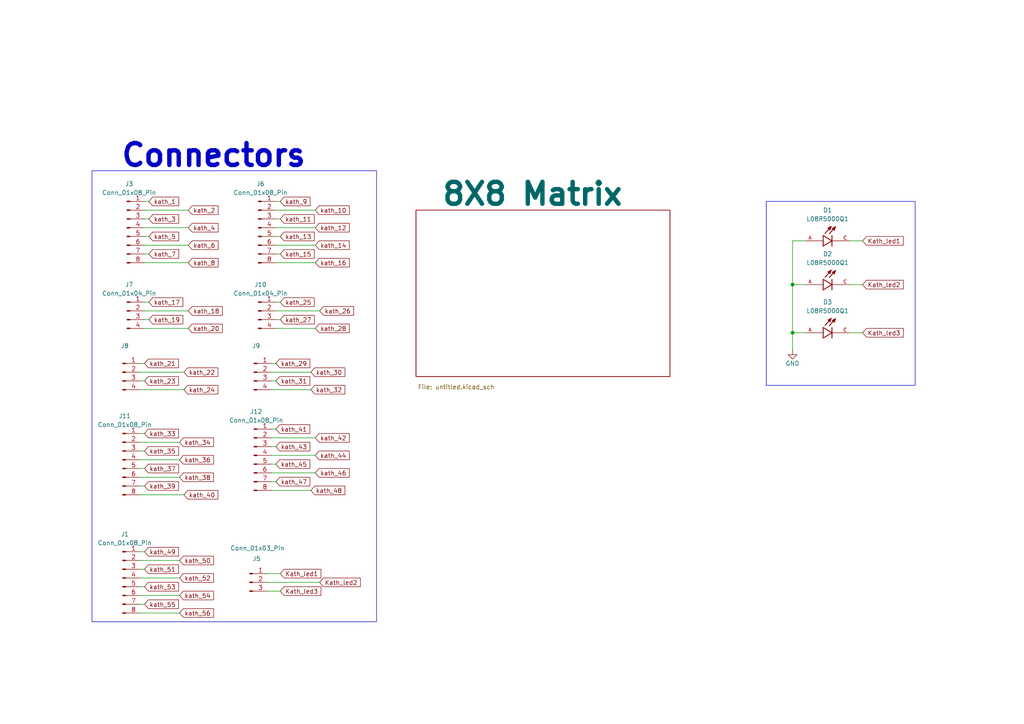
<source format=kicad_sch>
(kicad_sch
	(version 20231120)
	(generator "eeschema")
	(generator_version "8.0")
	(uuid "55946759-322d-455b-908d-51c8ec60c356")
	(paper "A4")
	(lib_symbols
		(symbol "Connector:Conn_01x03_Pin"
			(pin_names
				(offset 1.016) hide)
			(exclude_from_sim no)
			(in_bom yes)
			(on_board yes)
			(property "Reference" "J"
				(at 0 5.08 0)
				(effects
					(font
						(size 1.27 1.27)
					)
				)
			)
			(property "Value" "Conn_01x03_Pin"
				(at 0 -5.08 0)
				(effects
					(font
						(size 1.27 1.27)
					)
				)
			)
			(property "Footprint" ""
				(at 0 0 0)
				(effects
					(font
						(size 1.27 1.27)
					)
					(hide yes)
				)
			)
			(property "Datasheet" "~"
				(at 0 0 0)
				(effects
					(font
						(size 1.27 1.27)
					)
					(hide yes)
				)
			)
			(property "Description" "Generic connector, single row, 01x03, script generated"
				(at 0 0 0)
				(effects
					(font
						(size 1.27 1.27)
					)
					(hide yes)
				)
			)
			(property "ki_locked" ""
				(at 0 0 0)
				(effects
					(font
						(size 1.27 1.27)
					)
				)
			)
			(property "ki_keywords" "connector"
				(at 0 0 0)
				(effects
					(font
						(size 1.27 1.27)
					)
					(hide yes)
				)
			)
			(property "ki_fp_filters" "Connector*:*_1x??_*"
				(at 0 0 0)
				(effects
					(font
						(size 1.27 1.27)
					)
					(hide yes)
				)
			)
			(symbol "Conn_01x03_Pin_1_1"
				(polyline
					(pts
						(xy 1.27 -2.54) (xy 0.8636 -2.54)
					)
					(stroke
						(width 0.1524)
						(type default)
					)
					(fill
						(type none)
					)
				)
				(polyline
					(pts
						(xy 1.27 0) (xy 0.8636 0)
					)
					(stroke
						(width 0.1524)
						(type default)
					)
					(fill
						(type none)
					)
				)
				(polyline
					(pts
						(xy 1.27 2.54) (xy 0.8636 2.54)
					)
					(stroke
						(width 0.1524)
						(type default)
					)
					(fill
						(type none)
					)
				)
				(rectangle
					(start 0.8636 -2.413)
					(end 0 -2.667)
					(stroke
						(width 0.1524)
						(type default)
					)
					(fill
						(type outline)
					)
				)
				(rectangle
					(start 0.8636 0.127)
					(end 0 -0.127)
					(stroke
						(width 0.1524)
						(type default)
					)
					(fill
						(type outline)
					)
				)
				(rectangle
					(start 0.8636 2.667)
					(end 0 2.413)
					(stroke
						(width 0.1524)
						(type default)
					)
					(fill
						(type outline)
					)
				)
				(pin passive line
					(at 5.08 2.54 180)
					(length 3.81)
					(name "Pin_1"
						(effects
							(font
								(size 1.27 1.27)
							)
						)
					)
					(number "1"
						(effects
							(font
								(size 1.27 1.27)
							)
						)
					)
				)
				(pin passive line
					(at 5.08 0 180)
					(length 3.81)
					(name "Pin_2"
						(effects
							(font
								(size 1.27 1.27)
							)
						)
					)
					(number "2"
						(effects
							(font
								(size 1.27 1.27)
							)
						)
					)
				)
				(pin passive line
					(at 5.08 -2.54 180)
					(length 3.81)
					(name "Pin_3"
						(effects
							(font
								(size 1.27 1.27)
							)
						)
					)
					(number "3"
						(effects
							(font
								(size 1.27 1.27)
							)
						)
					)
				)
			)
		)
		(symbol "Connector:Conn_01x04_Pin"
			(pin_names
				(offset 1.016) hide)
			(exclude_from_sim no)
			(in_bom yes)
			(on_board yes)
			(property "Reference" "J"
				(at 0 5.08 0)
				(effects
					(font
						(size 1.27 1.27)
					)
				)
			)
			(property "Value" "Conn_01x04_Pin"
				(at 0 -7.62 0)
				(effects
					(font
						(size 1.27 1.27)
					)
				)
			)
			(property "Footprint" ""
				(at 0 0 0)
				(effects
					(font
						(size 1.27 1.27)
					)
					(hide yes)
				)
			)
			(property "Datasheet" "~"
				(at 0 0 0)
				(effects
					(font
						(size 1.27 1.27)
					)
					(hide yes)
				)
			)
			(property "Description" "Generic connector, single row, 01x04, script generated"
				(at 0 0 0)
				(effects
					(font
						(size 1.27 1.27)
					)
					(hide yes)
				)
			)
			(property "ki_locked" ""
				(at 0 0 0)
				(effects
					(font
						(size 1.27 1.27)
					)
				)
			)
			(property "ki_keywords" "connector"
				(at 0 0 0)
				(effects
					(font
						(size 1.27 1.27)
					)
					(hide yes)
				)
			)
			(property "ki_fp_filters" "Connector*:*_1x??_*"
				(at 0 0 0)
				(effects
					(font
						(size 1.27 1.27)
					)
					(hide yes)
				)
			)
			(symbol "Conn_01x04_Pin_1_1"
				(polyline
					(pts
						(xy 1.27 -5.08) (xy 0.8636 -5.08)
					)
					(stroke
						(width 0.1524)
						(type default)
					)
					(fill
						(type none)
					)
				)
				(polyline
					(pts
						(xy 1.27 -2.54) (xy 0.8636 -2.54)
					)
					(stroke
						(width 0.1524)
						(type default)
					)
					(fill
						(type none)
					)
				)
				(polyline
					(pts
						(xy 1.27 0) (xy 0.8636 0)
					)
					(stroke
						(width 0.1524)
						(type default)
					)
					(fill
						(type none)
					)
				)
				(polyline
					(pts
						(xy 1.27 2.54) (xy 0.8636 2.54)
					)
					(stroke
						(width 0.1524)
						(type default)
					)
					(fill
						(type none)
					)
				)
				(rectangle
					(start 0.8636 -4.953)
					(end 0 -5.207)
					(stroke
						(width 0.1524)
						(type default)
					)
					(fill
						(type outline)
					)
				)
				(rectangle
					(start 0.8636 -2.413)
					(end 0 -2.667)
					(stroke
						(width 0.1524)
						(type default)
					)
					(fill
						(type outline)
					)
				)
				(rectangle
					(start 0.8636 0.127)
					(end 0 -0.127)
					(stroke
						(width 0.1524)
						(type default)
					)
					(fill
						(type outline)
					)
				)
				(rectangle
					(start 0.8636 2.667)
					(end 0 2.413)
					(stroke
						(width 0.1524)
						(type default)
					)
					(fill
						(type outline)
					)
				)
				(pin passive line
					(at 5.08 2.54 180)
					(length 3.81)
					(name "Pin_1"
						(effects
							(font
								(size 1.27 1.27)
							)
						)
					)
					(number "1"
						(effects
							(font
								(size 1.27 1.27)
							)
						)
					)
				)
				(pin passive line
					(at 5.08 0 180)
					(length 3.81)
					(name "Pin_2"
						(effects
							(font
								(size 1.27 1.27)
							)
						)
					)
					(number "2"
						(effects
							(font
								(size 1.27 1.27)
							)
						)
					)
				)
				(pin passive line
					(at 5.08 -2.54 180)
					(length 3.81)
					(name "Pin_3"
						(effects
							(font
								(size 1.27 1.27)
							)
						)
					)
					(number "3"
						(effects
							(font
								(size 1.27 1.27)
							)
						)
					)
				)
				(pin passive line
					(at 5.08 -5.08 180)
					(length 3.81)
					(name "Pin_4"
						(effects
							(font
								(size 1.27 1.27)
							)
						)
					)
					(number "4"
						(effects
							(font
								(size 1.27 1.27)
							)
						)
					)
				)
			)
		)
		(symbol "Connector:Conn_01x08_Pin"
			(pin_names
				(offset 1.016) hide)
			(exclude_from_sim no)
			(in_bom yes)
			(on_board yes)
			(property "Reference" "J"
				(at 0 10.16 0)
				(effects
					(font
						(size 1.27 1.27)
					)
				)
			)
			(property "Value" "Conn_01x08_Pin"
				(at 0 -12.7 0)
				(effects
					(font
						(size 1.27 1.27)
					)
				)
			)
			(property "Footprint" ""
				(at 0 0 0)
				(effects
					(font
						(size 1.27 1.27)
					)
					(hide yes)
				)
			)
			(property "Datasheet" "~"
				(at 0 0 0)
				(effects
					(font
						(size 1.27 1.27)
					)
					(hide yes)
				)
			)
			(property "Description" "Generic connector, single row, 01x08, script generated"
				(at 0 0 0)
				(effects
					(font
						(size 1.27 1.27)
					)
					(hide yes)
				)
			)
			(property "ki_locked" ""
				(at 0 0 0)
				(effects
					(font
						(size 1.27 1.27)
					)
				)
			)
			(property "ki_keywords" "connector"
				(at 0 0 0)
				(effects
					(font
						(size 1.27 1.27)
					)
					(hide yes)
				)
			)
			(property "ki_fp_filters" "Connector*:*_1x??_*"
				(at 0 0 0)
				(effects
					(font
						(size 1.27 1.27)
					)
					(hide yes)
				)
			)
			(symbol "Conn_01x08_Pin_1_1"
				(polyline
					(pts
						(xy 1.27 -10.16) (xy 0.8636 -10.16)
					)
					(stroke
						(width 0.1524)
						(type default)
					)
					(fill
						(type none)
					)
				)
				(polyline
					(pts
						(xy 1.27 -7.62) (xy 0.8636 -7.62)
					)
					(stroke
						(width 0.1524)
						(type default)
					)
					(fill
						(type none)
					)
				)
				(polyline
					(pts
						(xy 1.27 -5.08) (xy 0.8636 -5.08)
					)
					(stroke
						(width 0.1524)
						(type default)
					)
					(fill
						(type none)
					)
				)
				(polyline
					(pts
						(xy 1.27 -2.54) (xy 0.8636 -2.54)
					)
					(stroke
						(width 0.1524)
						(type default)
					)
					(fill
						(type none)
					)
				)
				(polyline
					(pts
						(xy 1.27 0) (xy 0.8636 0)
					)
					(stroke
						(width 0.1524)
						(type default)
					)
					(fill
						(type none)
					)
				)
				(polyline
					(pts
						(xy 1.27 2.54) (xy 0.8636 2.54)
					)
					(stroke
						(width 0.1524)
						(type default)
					)
					(fill
						(type none)
					)
				)
				(polyline
					(pts
						(xy 1.27 5.08) (xy 0.8636 5.08)
					)
					(stroke
						(width 0.1524)
						(type default)
					)
					(fill
						(type none)
					)
				)
				(polyline
					(pts
						(xy 1.27 7.62) (xy 0.8636 7.62)
					)
					(stroke
						(width 0.1524)
						(type default)
					)
					(fill
						(type none)
					)
				)
				(rectangle
					(start 0.8636 -10.033)
					(end 0 -10.287)
					(stroke
						(width 0.1524)
						(type default)
					)
					(fill
						(type outline)
					)
				)
				(rectangle
					(start 0.8636 -7.493)
					(end 0 -7.747)
					(stroke
						(width 0.1524)
						(type default)
					)
					(fill
						(type outline)
					)
				)
				(rectangle
					(start 0.8636 -4.953)
					(end 0 -5.207)
					(stroke
						(width 0.1524)
						(type default)
					)
					(fill
						(type outline)
					)
				)
				(rectangle
					(start 0.8636 -2.413)
					(end 0 -2.667)
					(stroke
						(width 0.1524)
						(type default)
					)
					(fill
						(type outline)
					)
				)
				(rectangle
					(start 0.8636 0.127)
					(end 0 -0.127)
					(stroke
						(width 0.1524)
						(type default)
					)
					(fill
						(type outline)
					)
				)
				(rectangle
					(start 0.8636 2.667)
					(end 0 2.413)
					(stroke
						(width 0.1524)
						(type default)
					)
					(fill
						(type outline)
					)
				)
				(rectangle
					(start 0.8636 5.207)
					(end 0 4.953)
					(stroke
						(width 0.1524)
						(type default)
					)
					(fill
						(type outline)
					)
				)
				(rectangle
					(start 0.8636 7.747)
					(end 0 7.493)
					(stroke
						(width 0.1524)
						(type default)
					)
					(fill
						(type outline)
					)
				)
				(pin passive line
					(at 5.08 7.62 180)
					(length 3.81)
					(name "Pin_1"
						(effects
							(font
								(size 1.27 1.27)
							)
						)
					)
					(number "1"
						(effects
							(font
								(size 1.27 1.27)
							)
						)
					)
				)
				(pin passive line
					(at 5.08 5.08 180)
					(length 3.81)
					(name "Pin_2"
						(effects
							(font
								(size 1.27 1.27)
							)
						)
					)
					(number "2"
						(effects
							(font
								(size 1.27 1.27)
							)
						)
					)
				)
				(pin passive line
					(at 5.08 2.54 180)
					(length 3.81)
					(name "Pin_3"
						(effects
							(font
								(size 1.27 1.27)
							)
						)
					)
					(number "3"
						(effects
							(font
								(size 1.27 1.27)
							)
						)
					)
				)
				(pin passive line
					(at 5.08 0 180)
					(length 3.81)
					(name "Pin_4"
						(effects
							(font
								(size 1.27 1.27)
							)
						)
					)
					(number "4"
						(effects
							(font
								(size 1.27 1.27)
							)
						)
					)
				)
				(pin passive line
					(at 5.08 -2.54 180)
					(length 3.81)
					(name "Pin_5"
						(effects
							(font
								(size 1.27 1.27)
							)
						)
					)
					(number "5"
						(effects
							(font
								(size 1.27 1.27)
							)
						)
					)
				)
				(pin passive line
					(at 5.08 -5.08 180)
					(length 3.81)
					(name "Pin_6"
						(effects
							(font
								(size 1.27 1.27)
							)
						)
					)
					(number "6"
						(effects
							(font
								(size 1.27 1.27)
							)
						)
					)
				)
				(pin passive line
					(at 5.08 -7.62 180)
					(length 3.81)
					(name "Pin_7"
						(effects
							(font
								(size 1.27 1.27)
							)
						)
					)
					(number "7"
						(effects
							(font
								(size 1.27 1.27)
							)
						)
					)
				)
				(pin passive line
					(at 5.08 -10.16 180)
					(length 3.81)
					(name "Pin_8"
						(effects
							(font
								(size 1.27 1.27)
							)
						)
					)
					(number "8"
						(effects
							(font
								(size 1.27 1.27)
							)
						)
					)
				)
			)
		)
		(symbol "L08R5000Q1:L08R5000Q1"
			(pin_names
				(offset 1.016)
			)
			(exclude_from_sim no)
			(in_bom yes)
			(on_board yes)
			(property "Reference" "D"
				(at -3.0988 4.4958 0)
				(effects
					(font
						(size 1.27 1.27)
					)
					(justify left bottom)
				)
			)
			(property "Value" "L08R5000Q1"
				(at -3.556 -3.302 0)
				(effects
					(font
						(size 1.27 1.27)
					)
					(justify left bottom)
				)
			)
			(property "Footprint" "L08R5000Q1:LEDRD254W57D500H1070"
				(at 0 0 0)
				(effects
					(font
						(size 1.27 1.27)
					)
					(justify bottom)
					(hide yes)
				)
			)
			(property "Datasheet" ""
				(at 0 0 0)
				(effects
					(font
						(size 1.27 1.27)
					)
					(hide yes)
				)
			)
			(property "Description" ""
				(at 0 0 0)
				(effects
					(font
						(size 1.27 1.27)
					)
					(hide yes)
				)
			)
			(property "MF" "LED Technology"
				(at 0 0 0)
				(effects
					(font
						(size 1.27 1.27)
					)
					(justify bottom)
					(hide yes)
				)
			)
			(property "MAXIMUM_PACKAGE_HEIGHT" "10.7mm"
				(at 0 0 0)
				(effects
					(font
						(size 1.27 1.27)
					)
					(justify bottom)
					(hide yes)
				)
			)
			(property "Package" "None"
				(at 0 0 0)
				(effects
					(font
						(size 1.27 1.27)
					)
					(justify bottom)
					(hide yes)
				)
			)
			(property "Price" "None"
				(at 0 0 0)
				(effects
					(font
						(size 1.27 1.27)
					)
					(justify bottom)
					(hide yes)
				)
			)
			(property "Check_prices" "https://www.snapeda.com/parts/L08R5000Q1/LED+Technology/view-part/?ref=eda"
				(at 0 0 0)
				(effects
					(font
						(size 1.27 1.27)
					)
					(justify bottom)
					(hide yes)
				)
			)
			(property "STANDARD" "IPC-7351B"
				(at 0 0 0)
				(effects
					(font
						(size 1.27 1.27)
					)
					(justify bottom)
					(hide yes)
				)
			)
			(property "PARTREV" "NA"
				(at 0 0 0)
				(effects
					(font
						(size 1.27 1.27)
					)
					(justify bottom)
					(hide yes)
				)
			)
			(property "SnapEDA_Link" "https://www.snapeda.com/parts/L08R5000Q1/LED+Technology/view-part/?ref=snap"
				(at 0 0 0)
				(effects
					(font
						(size 1.27 1.27)
					)
					(justify bottom)
					(hide yes)
				)
			)
			(property "MP" "L08R5000Q1"
				(at 0 0 0)
				(effects
					(font
						(size 1.27 1.27)
					)
					(justify bottom)
					(hide yes)
				)
			)
			(property "Description_1" "\nLED, 5MM, ORANGE; LED / Lamp Size: 5mm / T-1 3/4; LED Colour: Orange; Typ Luminous Intensity: 4.3mcd; Viewing Angle: ...\n"
				(at 0 0 0)
				(effects
					(font
						(size 1.27 1.27)
					)
					(justify bottom)
					(hide yes)
				)
			)
			(property "Availability" "Not in stock"
				(at 0 0 0)
				(effects
					(font
						(size 1.27 1.27)
					)
					(justify bottom)
					(hide yes)
				)
			)
			(property "MANUFACTURER" "LED TECHNOLOGY"
				(at 0 0 0)
				(effects
					(font
						(size 1.27 1.27)
					)
					(justify bottom)
					(hide yes)
				)
			)
			(symbol "L08R5000Q1_0_0"
				(polyline
					(pts
						(xy -2.54 -1.524) (xy 0 0)
					)
					(stroke
						(width 0.254)
						(type default)
					)
					(fill
						(type none)
					)
				)
				(polyline
					(pts
						(xy -2.54 0) (xy -5.08 0)
					)
					(stroke
						(width 0.1524)
						(type default)
					)
					(fill
						(type none)
					)
				)
				(polyline
					(pts
						(xy -2.54 0) (xy -2.54 -1.524)
					)
					(stroke
						(width 0.254)
						(type default)
					)
					(fill
						(type none)
					)
				)
				(polyline
					(pts
						(xy -2.54 1.524) (xy -2.54 0)
					)
					(stroke
						(width 0.254)
						(type default)
					)
					(fill
						(type none)
					)
				)
				(polyline
					(pts
						(xy -1.1176 3.683) (xy -0.2286 4.1656)
					)
					(stroke
						(width 0.254)
						(type default)
					)
					(fill
						(type none)
					)
				)
				(polyline
					(pts
						(xy -0.9398 3.6068) (xy -0.7112 3.7592)
					)
					(stroke
						(width 0.254)
						(type default)
					)
					(fill
						(type none)
					)
				)
				(polyline
					(pts
						(xy -0.5588 3.2004) (xy -1.1176 3.683)
					)
					(stroke
						(width 0.254)
						(type default)
					)
					(fill
						(type none)
					)
				)
				(polyline
					(pts
						(xy -0.5588 3.2004) (xy -0.5334 3.937)
					)
					(stroke
						(width 0.254)
						(type default)
					)
					(fill
						(type none)
					)
				)
				(polyline
					(pts
						(xy -0.5334 3.937) (xy -0.6604 3.937)
					)
					(stroke
						(width 0.254)
						(type default)
					)
					(fill
						(type none)
					)
				)
				(polyline
					(pts
						(xy -0.2286 4.1656) (xy -2.0066 2.1336)
					)
					(stroke
						(width 0.254)
						(type default)
					)
					(fill
						(type none)
					)
				)
				(polyline
					(pts
						(xy -0.2286 4.1656) (xy -0.5588 3.2004)
					)
					(stroke
						(width 0.254)
						(type default)
					)
					(fill
						(type none)
					)
				)
				(polyline
					(pts
						(xy 0 0) (xy -2.54 1.524)
					)
					(stroke
						(width 0.254)
						(type default)
					)
					(fill
						(type none)
					)
				)
				(polyline
					(pts
						(xy 0 0) (xy 0 -1.524)
					)
					(stroke
						(width 0.254)
						(type default)
					)
					(fill
						(type none)
					)
				)
				(polyline
					(pts
						(xy 0 1.524) (xy 0 0)
					)
					(stroke
						(width 0.254)
						(type default)
					)
					(fill
						(type none)
					)
				)
				(polyline
					(pts
						(xy 0.127 3.5814) (xy 1.016 4.064)
					)
					(stroke
						(width 0.254)
						(type default)
					)
					(fill
						(type none)
					)
				)
				(polyline
					(pts
						(xy 0.3048 3.5052) (xy 0.5334 3.6576)
					)
					(stroke
						(width 0.254)
						(type default)
					)
					(fill
						(type none)
					)
				)
				(polyline
					(pts
						(xy 0.6858 3.0988) (xy 0.127 3.5814)
					)
					(stroke
						(width 0.254)
						(type default)
					)
					(fill
						(type none)
					)
				)
				(polyline
					(pts
						(xy 0.6858 3.0988) (xy 0.7112 3.8354)
					)
					(stroke
						(width 0.254)
						(type default)
					)
					(fill
						(type none)
					)
				)
				(polyline
					(pts
						(xy 0.7112 3.8354) (xy 0.5842 3.8354)
					)
					(stroke
						(width 0.254)
						(type default)
					)
					(fill
						(type none)
					)
				)
				(polyline
					(pts
						(xy 1.016 4.064) (xy -0.762 2.032)
					)
					(stroke
						(width 0.254)
						(type default)
					)
					(fill
						(type none)
					)
				)
				(polyline
					(pts
						(xy 1.016 4.064) (xy 0.6858 3.0988)
					)
					(stroke
						(width 0.254)
						(type default)
					)
					(fill
						(type none)
					)
				)
				(polyline
					(pts
						(xy 2.54 0) (xy 0 0)
					)
					(stroke
						(width 0.1524)
						(type default)
					)
					(fill
						(type none)
					)
				)
				(pin passive line
					(at -7.62 0 0)
					(length 2.54)
					(name "~"
						(effects
							(font
								(size 1.016 1.016)
							)
						)
					)
					(number "A"
						(effects
							(font
								(size 1.016 1.016)
							)
						)
					)
				)
				(pin passive line
					(at 5.08 0 180)
					(length 2.54)
					(name "~"
						(effects
							(font
								(size 1.016 1.016)
							)
						)
					)
					(number "C"
						(effects
							(font
								(size 1.016 1.016)
							)
						)
					)
				)
			)
		)
		(symbol "power:GND"
			(power)
			(pin_numbers hide)
			(pin_names
				(offset 0) hide)
			(exclude_from_sim no)
			(in_bom yes)
			(on_board yes)
			(property "Reference" "#PWR"
				(at 0 -6.35 0)
				(effects
					(font
						(size 1.27 1.27)
					)
					(hide yes)
				)
			)
			(property "Value" "GND"
				(at 0 -3.81 0)
				(effects
					(font
						(size 1.27 1.27)
					)
				)
			)
			(property "Footprint" ""
				(at 0 0 0)
				(effects
					(font
						(size 1.27 1.27)
					)
					(hide yes)
				)
			)
			(property "Datasheet" ""
				(at 0 0 0)
				(effects
					(font
						(size 1.27 1.27)
					)
					(hide yes)
				)
			)
			(property "Description" "Power symbol creates a global label with name \"GND\" , ground"
				(at 0 0 0)
				(effects
					(font
						(size 1.27 1.27)
					)
					(hide yes)
				)
			)
			(property "ki_keywords" "global power"
				(at 0 0 0)
				(effects
					(font
						(size 1.27 1.27)
					)
					(hide yes)
				)
			)
			(symbol "GND_0_1"
				(polyline
					(pts
						(xy 0 0) (xy 0 -1.27) (xy 1.27 -1.27) (xy 0 -2.54) (xy -1.27 -1.27) (xy 0 -1.27)
					)
					(stroke
						(width 0)
						(type default)
					)
					(fill
						(type none)
					)
				)
			)
			(symbol "GND_1_1"
				(pin power_in line
					(at 0 0 270)
					(length 0)
					(name "~"
						(effects
							(font
								(size 1.27 1.27)
							)
						)
					)
					(number "1"
						(effects
							(font
								(size 1.27 1.27)
							)
						)
					)
				)
			)
		)
	)
	(junction
		(at 229.87 96.52)
		(diameter 0)
		(color 0 0 0 0)
		(uuid "309b7998-f25b-4daa-9c0a-e4d0319bf610")
	)
	(junction
		(at 229.87 82.55)
		(diameter 0)
		(color 0 0 0 0)
		(uuid "44b29a90-a96b-4a10-88c2-7b055372b102")
	)
	(wire
		(pts
			(xy 40.64 167.64) (xy 52.07 167.64)
		)
		(stroke
			(width 0)
			(type default)
		)
		(uuid "02fb962d-4770-4692-b354-51d2f48f0bf5")
	)
	(wire
		(pts
			(xy 80.01 90.17) (xy 92.71 90.17)
		)
		(stroke
			(width 0)
			(type default)
		)
		(uuid "04b32e14-ae0b-4ff9-9965-6f729d5eb1c2")
	)
	(wire
		(pts
			(xy 40.64 175.26) (xy 41.91 175.26)
		)
		(stroke
			(width 0)
			(type default)
		)
		(uuid "0e130f16-c985-4aa8-8ca1-cc3e2518561b")
	)
	(wire
		(pts
			(xy 41.91 95.25) (xy 54.61 95.25)
		)
		(stroke
			(width 0)
			(type default)
		)
		(uuid "1509904f-da8a-4440-bc4f-4dba2242a5f9")
	)
	(wire
		(pts
			(xy 40.64 130.81) (xy 41.91 130.81)
		)
		(stroke
			(width 0)
			(type default)
		)
		(uuid "1a2fb7f8-0f5d-4c8c-b6db-db896dad60b5")
	)
	(wire
		(pts
			(xy 80.01 87.63) (xy 81.28 87.63)
		)
		(stroke
			(width 0)
			(type default)
		)
		(uuid "21ab3f02-c8cb-4f06-811f-e9918664287c")
	)
	(wire
		(pts
			(xy 229.87 69.85) (xy 229.87 82.55)
		)
		(stroke
			(width 0)
			(type default)
		)
		(uuid "22d8f6cf-5e7b-416a-acec-2038f0558e6a")
	)
	(wire
		(pts
			(xy 41.91 76.2) (xy 54.61 76.2)
		)
		(stroke
			(width 0)
			(type default)
		)
		(uuid "236f5346-3bd9-4870-b090-d66797ffddaa")
	)
	(wire
		(pts
			(xy 246.38 96.52) (xy 250.19 96.52)
		)
		(stroke
			(width 0)
			(type default)
		)
		(uuid "24afbf21-a592-40c8-993c-e0e8740b9a21")
	)
	(wire
		(pts
			(xy 40.64 160.02) (xy 41.91 160.02)
		)
		(stroke
			(width 0)
			(type default)
		)
		(uuid "27e742b3-64a4-406e-a5df-60eb8e249c82")
	)
	(wire
		(pts
			(xy 40.64 170.18) (xy 41.91 170.18)
		)
		(stroke
			(width 0)
			(type default)
		)
		(uuid "2ae03a05-08a2-463f-8dff-112e73562747")
	)
	(wire
		(pts
			(xy 40.64 133.35) (xy 52.07 133.35)
		)
		(stroke
			(width 0)
			(type default)
		)
		(uuid "338b0f04-3aa5-4796-9fe7-23c026bbb20e")
	)
	(wire
		(pts
			(xy 78.74 113.03) (xy 90.17 113.03)
		)
		(stroke
			(width 0)
			(type default)
		)
		(uuid "37daedfe-8eb9-4a73-b45d-faea3a3ad1f7")
	)
	(wire
		(pts
			(xy 233.68 96.52) (xy 229.87 96.52)
		)
		(stroke
			(width 0)
			(type default)
		)
		(uuid "3b05c3fe-971c-4509-945e-05716ba80d23")
	)
	(wire
		(pts
			(xy 40.64 110.49) (xy 41.91 110.49)
		)
		(stroke
			(width 0)
			(type default)
		)
		(uuid "422a8245-8c09-4e57-a7cb-b4410d87191e")
	)
	(wire
		(pts
			(xy 41.91 68.58) (xy 43.18 68.58)
		)
		(stroke
			(width 0)
			(type default)
		)
		(uuid "4711462c-5982-4a2f-89b5-c59194718321")
	)
	(wire
		(pts
			(xy 77.47 166.37) (xy 81.28 166.37)
		)
		(stroke
			(width 0)
			(type default)
		)
		(uuid "47ee0f5a-58ab-4242-93c2-e1a555ba59a1")
	)
	(wire
		(pts
			(xy 41.91 63.5) (xy 43.18 63.5)
		)
		(stroke
			(width 0)
			(type default)
		)
		(uuid "4984d07b-38b8-4c1d-b2e9-c89b9ab71c75")
	)
	(wire
		(pts
			(xy 43.18 87.63) (xy 41.91 87.63)
		)
		(stroke
			(width 0)
			(type default)
		)
		(uuid "4be6fef5-3c28-479a-bb3f-947845b32b89")
	)
	(wire
		(pts
			(xy 229.87 96.52) (xy 229.87 101.6)
		)
		(stroke
			(width 0)
			(type default)
		)
		(uuid "4c46ac9c-02a2-47ab-b610-5bead9a61150")
	)
	(wire
		(pts
			(xy 40.64 113.03) (xy 53.34 113.03)
		)
		(stroke
			(width 0)
			(type default)
		)
		(uuid "4ed121cf-3b6c-4032-b6d3-33bcaff7a48c")
	)
	(wire
		(pts
			(xy 40.64 135.89) (xy 41.91 135.89)
		)
		(stroke
			(width 0)
			(type default)
		)
		(uuid "4f12417c-4c8d-4eff-83f3-338c0a3fa345")
	)
	(wire
		(pts
			(xy 80.01 58.42) (xy 81.28 58.42)
		)
		(stroke
			(width 0)
			(type default)
		)
		(uuid "5420fe0c-33bc-4fa8-9d9d-14f19d61eecf")
	)
	(wire
		(pts
			(xy 40.64 105.41) (xy 41.91 105.41)
		)
		(stroke
			(width 0)
			(type default)
		)
		(uuid "545e6891-7d01-4d3d-9efb-520d993889f2")
	)
	(wire
		(pts
			(xy 80.01 92.71) (xy 81.28 92.71)
		)
		(stroke
			(width 0)
			(type default)
		)
		(uuid "55f7fbe1-482b-4312-9a2c-63a8867b8f28")
	)
	(wire
		(pts
			(xy 40.64 172.72) (xy 52.07 172.72)
		)
		(stroke
			(width 0)
			(type default)
		)
		(uuid "5ac15b30-b74d-473e-bc06-66cfe90bdf02")
	)
	(wire
		(pts
			(xy 80.01 60.96) (xy 91.44 60.96)
		)
		(stroke
			(width 0)
			(type default)
		)
		(uuid "5e8f0b95-cca0-495c-aece-1ee64ae9dd57")
	)
	(wire
		(pts
			(xy 40.64 143.51) (xy 53.34 143.51)
		)
		(stroke
			(width 0)
			(type default)
		)
		(uuid "61564bde-cf39-4388-87b5-71c621a6feb9")
	)
	(wire
		(pts
			(xy 78.74 110.49) (xy 80.01 110.49)
		)
		(stroke
			(width 0)
			(type default)
		)
		(uuid "67a907d9-e7e1-4ccc-8602-19d4db1c213d")
	)
	(wire
		(pts
			(xy 40.64 165.1) (xy 41.91 165.1)
		)
		(stroke
			(width 0)
			(type default)
		)
		(uuid "6dc6d9e3-b03e-4272-83c2-21e37a82d771")
	)
	(wire
		(pts
			(xy 77.47 171.45) (xy 81.28 171.45)
		)
		(stroke
			(width 0)
			(type default)
		)
		(uuid "70209708-6eea-4530-9bce-f457f6e49e91")
	)
	(wire
		(pts
			(xy 40.64 138.43) (xy 52.07 138.43)
		)
		(stroke
			(width 0)
			(type default)
		)
		(uuid "71fee951-bd6f-47a8-a349-6e6411d370fc")
	)
	(wire
		(pts
			(xy 78.74 134.62) (xy 80.01 134.62)
		)
		(stroke
			(width 0)
			(type default)
		)
		(uuid "73349666-6e2b-457b-830c-c56b3c3a5c35")
	)
	(wire
		(pts
			(xy 40.64 128.27) (xy 52.07 128.27)
		)
		(stroke
			(width 0)
			(type default)
		)
		(uuid "7a8fe1d5-ce0c-47fc-aeed-0a50a998845a")
	)
	(wire
		(pts
			(xy 80.01 71.12) (xy 91.44 71.12)
		)
		(stroke
			(width 0)
			(type default)
		)
		(uuid "7c2d88ec-db87-4c4d-a0c7-718590493211")
	)
	(wire
		(pts
			(xy 43.18 92.71) (xy 41.91 92.71)
		)
		(stroke
			(width 0)
			(type default)
		)
		(uuid "7c791c93-e5d0-4c21-94d6-5e5c54062bd3")
	)
	(wire
		(pts
			(xy 40.64 162.56) (xy 52.07 162.56)
		)
		(stroke
			(width 0)
			(type default)
		)
		(uuid "8650d8d0-22fa-425e-adef-0fe54be7e8ff")
	)
	(wire
		(pts
			(xy 78.74 132.08) (xy 91.44 132.08)
		)
		(stroke
			(width 0)
			(type default)
		)
		(uuid "8af0ceb1-c9f1-4432-934b-ba9caba8c223")
	)
	(wire
		(pts
			(xy 41.91 90.17) (xy 54.61 90.17)
		)
		(stroke
			(width 0)
			(type default)
		)
		(uuid "8efd6260-40a3-4206-beb0-f0400ea0d610")
	)
	(wire
		(pts
			(xy 41.91 73.66) (xy 43.18 73.66)
		)
		(stroke
			(width 0)
			(type default)
		)
		(uuid "8fb73636-a0f1-48f7-8573-5367cb0820c4")
	)
	(wire
		(pts
			(xy 40.64 125.73) (xy 41.91 125.73)
		)
		(stroke
			(width 0)
			(type default)
		)
		(uuid "962b365d-aa9d-48f7-b4ac-a66ebf167e2a")
	)
	(wire
		(pts
			(xy 246.38 69.85) (xy 250.19 69.85)
		)
		(stroke
			(width 0)
			(type default)
		)
		(uuid "96770a9e-ec07-41a4-8afd-5cb13b783d9d")
	)
	(wire
		(pts
			(xy 80.01 68.58) (xy 81.28 68.58)
		)
		(stroke
			(width 0)
			(type default)
		)
		(uuid "9939560e-3ad4-4943-8b5b-5a6a35a364cb")
	)
	(wire
		(pts
			(xy 78.74 139.7) (xy 80.01 139.7)
		)
		(stroke
			(width 0)
			(type default)
		)
		(uuid "9cd3e609-420c-4383-9ca8-cd4f6059e0d0")
	)
	(wire
		(pts
			(xy 80.01 95.25) (xy 91.44 95.25)
		)
		(stroke
			(width 0)
			(type default)
		)
		(uuid "9d9d9a26-a883-4923-b23a-269e9e7d05f1")
	)
	(wire
		(pts
			(xy 80.01 73.66) (xy 81.28 73.66)
		)
		(stroke
			(width 0)
			(type default)
		)
		(uuid "a3c71005-4734-433e-8fdd-a600cc678732")
	)
	(wire
		(pts
			(xy 80.01 63.5) (xy 81.28 63.5)
		)
		(stroke
			(width 0)
			(type default)
		)
		(uuid "b4e47d99-3aff-4916-b813-198e8eaa92d9")
	)
	(wire
		(pts
			(xy 80.01 76.2) (xy 91.44 76.2)
		)
		(stroke
			(width 0)
			(type default)
		)
		(uuid "b5406bc0-c77f-42f0-88c7-be8eec4b302f")
	)
	(wire
		(pts
			(xy 233.68 69.85) (xy 229.87 69.85)
		)
		(stroke
			(width 0)
			(type default)
		)
		(uuid "b65d0372-e053-47cf-86a0-44438432ef86")
	)
	(wire
		(pts
			(xy 78.74 107.95) (xy 90.17 107.95)
		)
		(stroke
			(width 0)
			(type default)
		)
		(uuid "c3cf4651-c7ce-4fb7-ad03-e3993b89c062")
	)
	(wire
		(pts
			(xy 78.74 105.41) (xy 80.01 105.41)
		)
		(stroke
			(width 0)
			(type default)
		)
		(uuid "c8794040-ba73-4016-b7f5-f95a430179e1")
	)
	(wire
		(pts
			(xy 78.74 124.46) (xy 80.01 124.46)
		)
		(stroke
			(width 0)
			(type default)
		)
		(uuid "ce5620f7-9ffe-4771-93c8-e14ba2fee62c")
	)
	(wire
		(pts
			(xy 41.91 60.96) (xy 54.61 60.96)
		)
		(stroke
			(width 0)
			(type default)
		)
		(uuid "d109fc36-7e65-4ed4-b125-f34a70703807")
	)
	(wire
		(pts
			(xy 78.74 137.16) (xy 91.44 137.16)
		)
		(stroke
			(width 0)
			(type default)
		)
		(uuid "d17729cb-8cba-4ff7-8733-6fcb5b9f88fb")
	)
	(wire
		(pts
			(xy 78.74 129.54) (xy 80.01 129.54)
		)
		(stroke
			(width 0)
			(type default)
		)
		(uuid "d5d1e03c-8c26-426b-8798-17e4d4fefbc1")
	)
	(wire
		(pts
			(xy 229.87 82.55) (xy 233.68 82.55)
		)
		(stroke
			(width 0)
			(type default)
		)
		(uuid "d6595ccb-799a-4309-8b9e-1ef3c3147292")
	)
	(wire
		(pts
			(xy 229.87 82.55) (xy 229.87 96.52)
		)
		(stroke
			(width 0)
			(type default)
		)
		(uuid "d7a0ee32-53ec-4ad0-ab99-2d6ecda1a787")
	)
	(wire
		(pts
			(xy 80.01 66.04) (xy 91.44 66.04)
		)
		(stroke
			(width 0)
			(type default)
		)
		(uuid "dd26c45d-5789-4afe-bf0a-61cb93bf2308")
	)
	(wire
		(pts
			(xy 40.64 177.8) (xy 52.07 177.8)
		)
		(stroke
			(width 0)
			(type default)
		)
		(uuid "e37ab561-71eb-4c55-a91d-7d689035ed50")
	)
	(wire
		(pts
			(xy 78.74 127) (xy 91.44 127)
		)
		(stroke
			(width 0)
			(type default)
		)
		(uuid "e51f825d-9a04-4152-af5d-bdd27ba0202c")
	)
	(wire
		(pts
			(xy 40.64 107.95) (xy 53.34 107.95)
		)
		(stroke
			(width 0)
			(type default)
		)
		(uuid "e56f4633-a26a-4d12-965f-0388a77a1188")
	)
	(wire
		(pts
			(xy 41.91 71.12) (xy 54.61 71.12)
		)
		(stroke
			(width 0)
			(type default)
		)
		(uuid "e924ac8d-b24f-4163-bb81-22a772111a09")
	)
	(wire
		(pts
			(xy 78.74 142.24) (xy 90.17 142.24)
		)
		(stroke
			(width 0)
			(type default)
		)
		(uuid "e953c11e-ede2-40af-b14c-065880fac943")
	)
	(wire
		(pts
			(xy 41.91 66.04) (xy 54.61 66.04)
		)
		(stroke
			(width 0)
			(type default)
		)
		(uuid "e9d7cfec-c1b5-4b14-b331-9de05d77501e")
	)
	(wire
		(pts
			(xy 43.18 58.42) (xy 41.91 58.42)
		)
		(stroke
			(width 0)
			(type default)
		)
		(uuid "ec01e16b-5031-4136-888a-dc16307329ef")
	)
	(wire
		(pts
			(xy 246.38 82.55) (xy 250.19 82.55)
		)
		(stroke
			(width 0)
			(type default)
		)
		(uuid "ec37a55d-f41a-49d9-88f4-aedb4315396a")
	)
	(wire
		(pts
			(xy 77.47 168.91) (xy 92.71 168.91)
		)
		(stroke
			(width 0)
			(type default)
		)
		(uuid "fe38d654-69b2-403d-abd8-d4df73b73683")
	)
	(wire
		(pts
			(xy 40.64 140.97) (xy 41.91 140.97)
		)
		(stroke
			(width 0)
			(type default)
		)
		(uuid "ff608cef-ab06-41a8-8e89-127fde491ae8")
	)
	(rectangle
		(start 222.25 58.42)
		(end 265.43 111.76)
		(stroke
			(width 0)
			(type default)
		)
		(fill
			(type none)
		)
		(uuid 5ac3ec56-3ee4-48f8-8077-67321a3c83e1)
	)
	(rectangle
		(start 26.67 49.53)
		(end 109.22 180.34)
		(stroke
			(width 0)
			(type default)
		)
		(fill
			(type none)
		)
		(uuid dfecdb39-db7e-4eff-8ef4-91e20cccc2cd)
	)
	(text "Connectors\n"
		(exclude_from_sim no)
		(at 61.976 45.212 0)
		(effects
			(font
				(size 6.35 6.35)
				(thickness 1.27)
				(bold yes)
			)
		)
		(uuid "516cb7c0-f1d9-449f-9b9e-5cad8ff4ad1e")
	)
	(global_label "kath_41"
		(shape input)
		(at 80.01 124.46 0)
		(fields_autoplaced yes)
		(effects
			(font
				(size 1.27 1.27)
			)
			(justify left)
		)
		(uuid "04031453-48bf-4186-884a-bf4e271d50bf")
		(property "Intersheetrefs" "${INTERSHEET_REFS}"
			(at 90.4336 124.46 0)
			(effects
				(font
					(size 1.27 1.27)
				)
				(justify left)
				(hide yes)
			)
		)
	)
	(global_label "kath_45"
		(shape input)
		(at 80.01 134.62 0)
		(fields_autoplaced yes)
		(effects
			(font
				(size 1.27 1.27)
			)
			(justify left)
		)
		(uuid "10924490-7149-4e42-8d91-8a9a54859f1c")
		(property "Intersheetrefs" "${INTERSHEET_REFS}"
			(at 90.4336 134.62 0)
			(effects
				(font
					(size 1.27 1.27)
				)
				(justify left)
				(hide yes)
			)
		)
	)
	(global_label "kath_51"
		(shape input)
		(at 41.91 165.1 0)
		(fields_autoplaced yes)
		(effects
			(font
				(size 1.27 1.27)
			)
			(justify left)
		)
		(uuid "14be90a2-a269-4feb-80b8-c1399dca9db6")
		(property "Intersheetrefs" "${INTERSHEET_REFS}"
			(at 52.3336 165.1 0)
			(effects
				(font
					(size 1.27 1.27)
				)
				(justify left)
				(hide yes)
			)
		)
	)
	(global_label "kath_18"
		(shape input)
		(at 54.61 90.17 0)
		(fields_autoplaced yes)
		(effects
			(font
				(size 1.27 1.27)
			)
			(justify left)
		)
		(uuid "1504244f-c7d7-4400-8eb1-b2b94d4a4a80")
		(property "Intersheetrefs" "${INTERSHEET_REFS}"
			(at 65.0336 90.17 0)
			(effects
				(font
					(size 1.27 1.27)
				)
				(justify left)
				(hide yes)
			)
		)
	)
	(global_label "kath_9"
		(shape input)
		(at 81.28 58.42 0)
		(fields_autoplaced yes)
		(effects
			(font
				(size 1.27 1.27)
			)
			(justify left)
		)
		(uuid "19b5e9e2-144e-490c-a9ee-e63ede417462")
		(property "Intersheetrefs" "${INTERSHEET_REFS}"
			(at 90.4941 58.42 0)
			(effects
				(font
					(size 1.27 1.27)
				)
				(justify left)
				(hide yes)
			)
		)
	)
	(global_label "kath_49"
		(shape input)
		(at 41.91 160.02 0)
		(fields_autoplaced yes)
		(effects
			(font
				(size 1.27 1.27)
			)
			(justify left)
		)
		(uuid "1b0e6f00-c254-460c-849c-5c3e004b3713")
		(property "Intersheetrefs" "${INTERSHEET_REFS}"
			(at 52.3336 160.02 0)
			(effects
				(font
					(size 1.27 1.27)
				)
				(justify left)
				(hide yes)
			)
		)
	)
	(global_label "kath_28"
		(shape input)
		(at 91.44 95.25 0)
		(fields_autoplaced yes)
		(effects
			(font
				(size 1.27 1.27)
			)
			(justify left)
		)
		(uuid "1d9769a4-d871-413c-a7fb-333a8a58ab94")
		(property "Intersheetrefs" "${INTERSHEET_REFS}"
			(at 101.8636 95.25 0)
			(effects
				(font
					(size 1.27 1.27)
				)
				(justify left)
				(hide yes)
			)
		)
	)
	(global_label "kath_22"
		(shape input)
		(at 53.34 107.95 0)
		(fields_autoplaced yes)
		(effects
			(font
				(size 1.27 1.27)
			)
			(justify left)
		)
		(uuid "20a75137-c2b0-403a-9fc2-8addd2440988")
		(property "Intersheetrefs" "${INTERSHEET_REFS}"
			(at 63.7636 107.95 0)
			(effects
				(font
					(size 1.27 1.27)
				)
				(justify left)
				(hide yes)
			)
		)
	)
	(global_label "Kath_led2"
		(shape input)
		(at 250.19 82.55 0)
		(fields_autoplaced yes)
		(effects
			(font
				(size 1.27 1.27)
			)
			(justify left)
		)
		(uuid "24472492-f80c-4534-bfbe-da4a7c8cfcac")
		(property "Intersheetrefs" "${INTERSHEET_REFS}"
			(at 262.5488 82.55 0)
			(effects
				(font
					(size 1.27 1.27)
				)
				(justify left)
				(hide yes)
			)
		)
	)
	(global_label "Kath_led1"
		(shape input)
		(at 81.28 166.37 0)
		(fields_autoplaced yes)
		(effects
			(font
				(size 1.27 1.27)
			)
			(justify left)
		)
		(uuid "247f0c1e-d569-40c2-aa45-a391ebac7eab")
		(property "Intersheetrefs" "${INTERSHEET_REFS}"
			(at 93.6388 166.37 0)
			(effects
				(font
					(size 1.27 1.27)
				)
				(justify left)
				(hide yes)
			)
		)
	)
	(global_label "Kath_led3"
		(shape input)
		(at 250.19 96.52 0)
		(fields_autoplaced yes)
		(effects
			(font
				(size 1.27 1.27)
			)
			(justify left)
		)
		(uuid "25e3f93b-0e46-48ba-8841-6cfadcaf05ce")
		(property "Intersheetrefs" "${INTERSHEET_REFS}"
			(at 262.5488 96.52 0)
			(effects
				(font
					(size 1.27 1.27)
				)
				(justify left)
				(hide yes)
			)
		)
	)
	(global_label "kath_55"
		(shape input)
		(at 41.91 175.26 0)
		(fields_autoplaced yes)
		(effects
			(font
				(size 1.27 1.27)
			)
			(justify left)
		)
		(uuid "2a7b5fe3-28a8-47a0-9f16-dd35454e645b")
		(property "Intersheetrefs" "${INTERSHEET_REFS}"
			(at 52.3336 175.26 0)
			(effects
				(font
					(size 1.27 1.27)
				)
				(justify left)
				(hide yes)
			)
		)
	)
	(global_label "kath_20"
		(shape input)
		(at 54.61 95.25 0)
		(fields_autoplaced yes)
		(effects
			(font
				(size 1.27 1.27)
			)
			(justify left)
		)
		(uuid "2b572d4e-1106-4fc8-92d9-c9f3af496abc")
		(property "Intersheetrefs" "${INTERSHEET_REFS}"
			(at 65.0336 95.25 0)
			(effects
				(font
					(size 1.27 1.27)
				)
				(justify left)
				(hide yes)
			)
		)
	)
	(global_label "kath_27"
		(shape input)
		(at 81.28 92.71 0)
		(fields_autoplaced yes)
		(effects
			(font
				(size 1.27 1.27)
			)
			(justify left)
		)
		(uuid "353b2e6d-faf7-4134-b7a6-939ad9f87415")
		(property "Intersheetrefs" "${INTERSHEET_REFS}"
			(at 91.7036 92.71 0)
			(effects
				(font
					(size 1.27 1.27)
				)
				(justify left)
				(hide yes)
			)
		)
	)
	(global_label "kath_17"
		(shape input)
		(at 43.18 87.63 0)
		(fields_autoplaced yes)
		(effects
			(font
				(size 1.27 1.27)
			)
			(justify left)
		)
		(uuid "39b1af83-189b-4b91-b351-1739b759afe9")
		(property "Intersheetrefs" "${INTERSHEET_REFS}"
			(at 53.6036 87.63 0)
			(effects
				(font
					(size 1.27 1.27)
				)
				(justify left)
				(hide yes)
			)
		)
	)
	(global_label "kath_48"
		(shape input)
		(at 90.17 142.24 0)
		(fields_autoplaced yes)
		(effects
			(font
				(size 1.27 1.27)
			)
			(justify left)
		)
		(uuid "3a32e457-b0ed-4987-8571-7a7e7f381662")
		(property "Intersheetrefs" "${INTERSHEET_REFS}"
			(at 100.5936 142.24 0)
			(effects
				(font
					(size 1.27 1.27)
				)
				(justify left)
				(hide yes)
			)
		)
	)
	(global_label "kath_56"
		(shape input)
		(at 52.07 177.8 0)
		(fields_autoplaced yes)
		(effects
			(font
				(size 1.27 1.27)
			)
			(justify left)
		)
		(uuid "3ab5c10b-65a3-4c69-bb56-70424608c137")
		(property "Intersheetrefs" "${INTERSHEET_REFS}"
			(at 62.4936 177.8 0)
			(effects
				(font
					(size 1.27 1.27)
				)
				(justify left)
				(hide yes)
			)
		)
	)
	(global_label "kath_31"
		(shape input)
		(at 80.01 110.49 0)
		(fields_autoplaced yes)
		(effects
			(font
				(size 1.27 1.27)
			)
			(justify left)
		)
		(uuid "3f78fc1f-a8e9-4666-a3e1-1d3b9f74eede")
		(property "Intersheetrefs" "${INTERSHEET_REFS}"
			(at 90.4336 110.49 0)
			(effects
				(font
					(size 1.27 1.27)
				)
				(justify left)
				(hide yes)
			)
		)
	)
	(global_label "kath_50"
		(shape input)
		(at 52.07 162.56 0)
		(fields_autoplaced yes)
		(effects
			(font
				(size 1.27 1.27)
			)
			(justify left)
		)
		(uuid "44255dd1-bb42-418f-bcab-c11640663dbe")
		(property "Intersheetrefs" "${INTERSHEET_REFS}"
			(at 62.4936 162.56 0)
			(effects
				(font
					(size 1.27 1.27)
				)
				(justify left)
				(hide yes)
			)
		)
	)
	(global_label "kath_30"
		(shape input)
		(at 90.17 107.95 0)
		(fields_autoplaced yes)
		(effects
			(font
				(size 1.27 1.27)
			)
			(justify left)
		)
		(uuid "44a0f1f8-1632-42a2-8ac6-504a7bbe00a1")
		(property "Intersheetrefs" "${INTERSHEET_REFS}"
			(at 100.5936 107.95 0)
			(effects
				(font
					(size 1.27 1.27)
				)
				(justify left)
				(hide yes)
			)
		)
	)
	(global_label "kath_21"
		(shape input)
		(at 41.91 105.41 0)
		(fields_autoplaced yes)
		(effects
			(font
				(size 1.27 1.27)
			)
			(justify left)
		)
		(uuid "496e5659-e524-4562-b107-929b95c89d1a")
		(property "Intersheetrefs" "${INTERSHEET_REFS}"
			(at 52.3336 105.41 0)
			(effects
				(font
					(size 1.27 1.27)
				)
				(justify left)
				(hide yes)
			)
		)
	)
	(global_label "kath_42"
		(shape input)
		(at 91.44 127 0)
		(fields_autoplaced yes)
		(effects
			(font
				(size 1.27 1.27)
			)
			(justify left)
		)
		(uuid "4db08b58-9bfd-462b-9e9d-b48c44fa358c")
		(property "Intersheetrefs" "${INTERSHEET_REFS}"
			(at 101.8636 127 0)
			(effects
				(font
					(size 1.27 1.27)
				)
				(justify left)
				(hide yes)
			)
		)
	)
	(global_label "kath_15"
		(shape input)
		(at 81.28 73.66 0)
		(fields_autoplaced yes)
		(effects
			(font
				(size 1.27 1.27)
			)
			(justify left)
		)
		(uuid "501c0005-bbf9-43a4-be12-3cd2847a84fb")
		(property "Intersheetrefs" "${INTERSHEET_REFS}"
			(at 91.7036 73.66 0)
			(effects
				(font
					(size 1.27 1.27)
				)
				(justify left)
				(hide yes)
			)
		)
	)
	(global_label "kath_24"
		(shape input)
		(at 53.34 113.03 0)
		(fields_autoplaced yes)
		(effects
			(font
				(size 1.27 1.27)
			)
			(justify left)
		)
		(uuid "524b9942-0aa9-457b-bfdb-3d9f1345144d")
		(property "Intersheetrefs" "${INTERSHEET_REFS}"
			(at 63.7636 113.03 0)
			(effects
				(font
					(size 1.27 1.27)
				)
				(justify left)
				(hide yes)
			)
		)
	)
	(global_label "kath_8"
		(shape input)
		(at 54.61 76.2 0)
		(fields_autoplaced yes)
		(effects
			(font
				(size 1.27 1.27)
			)
			(justify left)
		)
		(uuid "55e7c065-3d46-4446-bd55-423d7cd87f66")
		(property "Intersheetrefs" "${INTERSHEET_REFS}"
			(at 63.8241 76.2 0)
			(effects
				(font
					(size 1.27 1.27)
				)
				(justify left)
				(hide yes)
			)
		)
	)
	(global_label "kath_52"
		(shape input)
		(at 52.07 167.64 0)
		(fields_autoplaced yes)
		(effects
			(font
				(size 1.27 1.27)
			)
			(justify left)
		)
		(uuid "57e6f4ea-6967-44aa-adcd-810df3002db0")
		(property "Intersheetrefs" "${INTERSHEET_REFS}"
			(at 62.4936 167.64 0)
			(effects
				(font
					(size 1.27 1.27)
				)
				(justify left)
				(hide yes)
			)
		)
	)
	(global_label "kath_19"
		(shape input)
		(at 43.18 92.71 0)
		(fields_autoplaced yes)
		(effects
			(font
				(size 1.27 1.27)
			)
			(justify left)
		)
		(uuid "5c304c35-f512-42ef-9685-cfe91f131259")
		(property "Intersheetrefs" "${INTERSHEET_REFS}"
			(at 53.6036 92.71 0)
			(effects
				(font
					(size 1.27 1.27)
				)
				(justify left)
				(hide yes)
			)
		)
	)
	(global_label "kath_33"
		(shape input)
		(at 41.91 125.73 0)
		(fields_autoplaced yes)
		(effects
			(font
				(size 1.27 1.27)
			)
			(justify left)
		)
		(uuid "659fd1ce-c903-43f1-8621-1a0f70120fa4")
		(property "Intersheetrefs" "${INTERSHEET_REFS}"
			(at 52.3336 125.73 0)
			(effects
				(font
					(size 1.27 1.27)
				)
				(justify left)
				(hide yes)
			)
		)
	)
	(global_label "kath_34"
		(shape input)
		(at 52.07 128.27 0)
		(fields_autoplaced yes)
		(effects
			(font
				(size 1.27 1.27)
			)
			(justify left)
		)
		(uuid "65cbc2a9-601f-4fd5-85eb-95f8768cf7bd")
		(property "Intersheetrefs" "${INTERSHEET_REFS}"
			(at 62.4936 128.27 0)
			(effects
				(font
					(size 1.27 1.27)
				)
				(justify left)
				(hide yes)
			)
		)
	)
	(global_label "kath_11"
		(shape input)
		(at 81.28 63.5 0)
		(fields_autoplaced yes)
		(effects
			(font
				(size 1.27 1.27)
			)
			(justify left)
		)
		(uuid "6e7fe3ad-2609-431d-ba4c-724eb4bbf5bc")
		(property "Intersheetrefs" "${INTERSHEET_REFS}"
			(at 91.7036 63.5 0)
			(effects
				(font
					(size 1.27 1.27)
				)
				(justify left)
				(hide yes)
			)
		)
	)
	(global_label "kath_47"
		(shape input)
		(at 80.01 139.7 0)
		(fields_autoplaced yes)
		(effects
			(font
				(size 1.27 1.27)
			)
			(justify left)
		)
		(uuid "734fbaf8-387e-4776-9f7c-83e76da97157")
		(property "Intersheetrefs" "${INTERSHEET_REFS}"
			(at 90.4336 139.7 0)
			(effects
				(font
					(size 1.27 1.27)
				)
				(justify left)
				(hide yes)
			)
		)
	)
	(global_label "kath_10"
		(shape input)
		(at 91.44 60.96 0)
		(fields_autoplaced yes)
		(effects
			(font
				(size 1.27 1.27)
			)
			(justify left)
		)
		(uuid "740beed0-ee70-46ad-8097-05ac8b663bee")
		(property "Intersheetrefs" "${INTERSHEET_REFS}"
			(at 101.8636 60.96 0)
			(effects
				(font
					(size 1.27 1.27)
				)
				(justify left)
				(hide yes)
			)
		)
	)
	(global_label "kath_14"
		(shape input)
		(at 91.44 71.12 0)
		(fields_autoplaced yes)
		(effects
			(font
				(size 1.27 1.27)
			)
			(justify left)
		)
		(uuid "7bb45a5a-19eb-459d-8ee3-5c58388de5a2")
		(property "Intersheetrefs" "${INTERSHEET_REFS}"
			(at 101.8636 71.12 0)
			(effects
				(font
					(size 1.27 1.27)
				)
				(justify left)
				(hide yes)
			)
		)
	)
	(global_label "kath_13"
		(shape input)
		(at 81.28 68.58 0)
		(fields_autoplaced yes)
		(effects
			(font
				(size 1.27 1.27)
			)
			(justify left)
		)
		(uuid "7d78ea56-7cb9-48ef-a1ea-fe23461aa8a9")
		(property "Intersheetrefs" "${INTERSHEET_REFS}"
			(at 91.7036 68.58 0)
			(effects
				(font
					(size 1.27 1.27)
				)
				(justify left)
				(hide yes)
			)
		)
	)
	(global_label "kath_53"
		(shape input)
		(at 41.91 170.18 0)
		(fields_autoplaced yes)
		(effects
			(font
				(size 1.27 1.27)
			)
			(justify left)
		)
		(uuid "7ec2f658-28cf-4cf1-a2a3-84c32c152d25")
		(property "Intersheetrefs" "${INTERSHEET_REFS}"
			(at 52.3336 170.18 0)
			(effects
				(font
					(size 1.27 1.27)
				)
				(justify left)
				(hide yes)
			)
		)
	)
	(global_label "kath_2"
		(shape input)
		(at 54.61 60.96 0)
		(fields_autoplaced yes)
		(effects
			(font
				(size 1.27 1.27)
			)
			(justify left)
		)
		(uuid "90edb64f-0a02-4a8a-b90e-49aa5eadc38e")
		(property "Intersheetrefs" "${INTERSHEET_REFS}"
			(at 63.8241 60.96 0)
			(effects
				(font
					(size 1.27 1.27)
				)
				(justify left)
				(hide yes)
			)
		)
	)
	(global_label "kath_38"
		(shape input)
		(at 52.07 138.43 0)
		(fields_autoplaced yes)
		(effects
			(font
				(size 1.27 1.27)
			)
			(justify left)
		)
		(uuid "92d8abcf-3024-4c5d-9307-aa77eb75a1ca")
		(property "Intersheetrefs" "${INTERSHEET_REFS}"
			(at 62.4936 138.43 0)
			(effects
				(font
					(size 1.27 1.27)
				)
				(justify left)
				(hide yes)
			)
		)
	)
	(global_label "kath_25"
		(shape input)
		(at 81.28 87.63 0)
		(fields_autoplaced yes)
		(effects
			(font
				(size 1.27 1.27)
			)
			(justify left)
		)
		(uuid "9d316837-9931-4f97-b0c3-9e3adaf95874")
		(property "Intersheetrefs" "${INTERSHEET_REFS}"
			(at 91.7036 87.63 0)
			(effects
				(font
					(size 1.27 1.27)
				)
				(justify left)
				(hide yes)
			)
		)
	)
	(global_label "kath_1"
		(shape input)
		(at 43.18 58.42 0)
		(fields_autoplaced yes)
		(effects
			(font
				(size 1.27 1.27)
			)
			(justify left)
		)
		(uuid "a1aeaccc-c522-4274-9eb9-09fc2146b2af")
		(property "Intersheetrefs" "${INTERSHEET_REFS}"
			(at 52.3941 58.42 0)
			(effects
				(font
					(size 1.27 1.27)
				)
				(justify left)
				(hide yes)
			)
		)
	)
	(global_label "kath_29"
		(shape input)
		(at 80.01 105.41 0)
		(fields_autoplaced yes)
		(effects
			(font
				(size 1.27 1.27)
			)
			(justify left)
		)
		(uuid "a201cacc-a534-4fc9-aed7-57af708a6e1e")
		(property "Intersheetrefs" "${INTERSHEET_REFS}"
			(at 90.4336 105.41 0)
			(effects
				(font
					(size 1.27 1.27)
				)
				(justify left)
				(hide yes)
			)
		)
	)
	(global_label "kath_7"
		(shape input)
		(at 43.18 73.66 0)
		(fields_autoplaced yes)
		(effects
			(font
				(size 1.27 1.27)
			)
			(justify left)
		)
		(uuid "af523b42-7c21-4682-ac3b-ffecb5f97403")
		(property "Intersheetrefs" "${INTERSHEET_REFS}"
			(at 52.3941 73.66 0)
			(effects
				(font
					(size 1.27 1.27)
				)
				(justify left)
				(hide yes)
			)
		)
	)
	(global_label "kath_37"
		(shape input)
		(at 41.91 135.89 0)
		(fields_autoplaced yes)
		(effects
			(font
				(size 1.27 1.27)
			)
			(justify left)
		)
		(uuid "af8c03b9-baf7-48a0-b70e-d01262f92387")
		(property "Intersheetrefs" "${INTERSHEET_REFS}"
			(at 52.3336 135.89 0)
			(effects
				(font
					(size 1.27 1.27)
				)
				(justify left)
				(hide yes)
			)
		)
	)
	(global_label "kath_5"
		(shape input)
		(at 43.18 68.58 0)
		(fields_autoplaced yes)
		(effects
			(font
				(size 1.27 1.27)
			)
			(justify left)
		)
		(uuid "b53226ba-8f8e-41d7-af63-e19e1afe61ba")
		(property "Intersheetrefs" "${INTERSHEET_REFS}"
			(at 52.3941 68.58 0)
			(effects
				(font
					(size 1.27 1.27)
				)
				(justify left)
				(hide yes)
			)
		)
	)
	(global_label "kath_26"
		(shape input)
		(at 92.71 90.17 0)
		(fields_autoplaced yes)
		(effects
			(font
				(size 1.27 1.27)
			)
			(justify left)
		)
		(uuid "b60f3f14-2081-43b7-b0d6-6f19b757dd3f")
		(property "Intersheetrefs" "${INTERSHEET_REFS}"
			(at 103.1336 90.17 0)
			(effects
				(font
					(size 1.27 1.27)
				)
				(justify left)
				(hide yes)
			)
		)
	)
	(global_label "kath_43"
		(shape input)
		(at 80.01 129.54 0)
		(fields_autoplaced yes)
		(effects
			(font
				(size 1.27 1.27)
			)
			(justify left)
		)
		(uuid "b8e94ceb-931b-4ae8-a87b-98a4e9ee7e5e")
		(property "Intersheetrefs" "${INTERSHEET_REFS}"
			(at 90.4336 129.54 0)
			(effects
				(font
					(size 1.27 1.27)
				)
				(justify left)
				(hide yes)
			)
		)
	)
	(global_label "kath_35"
		(shape input)
		(at 41.91 130.81 0)
		(fields_autoplaced yes)
		(effects
			(font
				(size 1.27 1.27)
			)
			(justify left)
		)
		(uuid "bb81ae37-b002-4b2e-85e9-a688befb4c45")
		(property "Intersheetrefs" "${INTERSHEET_REFS}"
			(at 52.3336 130.81 0)
			(effects
				(font
					(size 1.27 1.27)
				)
				(justify left)
				(hide yes)
			)
		)
	)
	(global_label "Kath_led2"
		(shape input)
		(at 92.71 168.91 0)
		(fields_autoplaced yes)
		(effects
			(font
				(size 1.27 1.27)
			)
			(justify left)
		)
		(uuid "bc325fe7-5552-4685-b4ef-e09dc9a10301")
		(property "Intersheetrefs" "${INTERSHEET_REFS}"
			(at 105.0688 168.91 0)
			(effects
				(font
					(size 1.27 1.27)
				)
				(justify left)
				(hide yes)
			)
		)
	)
	(global_label "kath_36"
		(shape input)
		(at 52.07 133.35 0)
		(fields_autoplaced yes)
		(effects
			(font
				(size 1.27 1.27)
			)
			(justify left)
		)
		(uuid "be25f14b-af50-4810-847b-53d98e9cd3c4")
		(property "Intersheetrefs" "${INTERSHEET_REFS}"
			(at 62.4936 133.35 0)
			(effects
				(font
					(size 1.27 1.27)
				)
				(justify left)
				(hide yes)
			)
		)
	)
	(global_label "kath_6"
		(shape input)
		(at 54.61 71.12 0)
		(fields_autoplaced yes)
		(effects
			(font
				(size 1.27 1.27)
			)
			(justify left)
		)
		(uuid "c5196de0-1b16-4058-be77-2679fa5f90e6")
		(property "Intersheetrefs" "${INTERSHEET_REFS}"
			(at 63.8241 71.12 0)
			(effects
				(font
					(size 1.27 1.27)
				)
				(justify left)
				(hide yes)
			)
		)
	)
	(global_label "kath_16"
		(shape input)
		(at 91.44 76.2 0)
		(fields_autoplaced yes)
		(effects
			(font
				(size 1.27 1.27)
			)
			(justify left)
		)
		(uuid "c81f0edb-61cd-48d2-9781-35a15bdad736")
		(property "Intersheetrefs" "${INTERSHEET_REFS}"
			(at 101.8636 76.2 0)
			(effects
				(font
					(size 1.27 1.27)
				)
				(justify left)
				(hide yes)
			)
		)
	)
	(global_label "Kath_led3"
		(shape input)
		(at 81.28 171.45 0)
		(fields_autoplaced yes)
		(effects
			(font
				(size 1.27 1.27)
			)
			(justify left)
		)
		(uuid "c8cb4c92-41a2-4594-a954-0574b648d6e5")
		(property "Intersheetrefs" "${INTERSHEET_REFS}"
			(at 93.6388 171.45 0)
			(effects
				(font
					(size 1.27 1.27)
				)
				(justify left)
				(hide yes)
			)
		)
	)
	(global_label "kath_44"
		(shape input)
		(at 91.44 132.08 0)
		(fields_autoplaced yes)
		(effects
			(font
				(size 1.27 1.27)
			)
			(justify left)
		)
		(uuid "c923b89e-e019-4f37-8b2b-319e0927c3b8")
		(property "Intersheetrefs" "${INTERSHEET_REFS}"
			(at 101.8636 132.08 0)
			(effects
				(font
					(size 1.27 1.27)
				)
				(justify left)
				(hide yes)
			)
		)
	)
	(global_label "kath_54"
		(shape input)
		(at 52.07 172.72 0)
		(fields_autoplaced yes)
		(effects
			(font
				(size 1.27 1.27)
			)
			(justify left)
		)
		(uuid "d4f0d867-b2b5-466a-8885-ae6b2f114080")
		(property "Intersheetrefs" "${INTERSHEET_REFS}"
			(at 62.4936 172.72 0)
			(effects
				(font
					(size 1.27 1.27)
				)
				(justify left)
				(hide yes)
			)
		)
	)
	(global_label "Kath_led1"
		(shape input)
		(at 250.19 69.85 0)
		(fields_autoplaced yes)
		(effects
			(font
				(size 1.27 1.27)
			)
			(justify left)
		)
		(uuid "d7b27a25-506d-43c4-bd3f-300257bfcefe")
		(property "Intersheetrefs" "${INTERSHEET_REFS}"
			(at 262.5488 69.85 0)
			(effects
				(font
					(size 1.27 1.27)
				)
				(justify left)
				(hide yes)
			)
		)
	)
	(global_label "kath_39"
		(shape input)
		(at 41.91 140.97 0)
		(fields_autoplaced yes)
		(effects
			(font
				(size 1.27 1.27)
			)
			(justify left)
		)
		(uuid "dfef03c4-78ca-400b-8127-76af1349e245")
		(property "Intersheetrefs" "${INTERSHEET_REFS}"
			(at 52.3336 140.97 0)
			(effects
				(font
					(size 1.27 1.27)
				)
				(justify left)
				(hide yes)
			)
		)
	)
	(global_label "kath_46"
		(shape input)
		(at 91.44 137.16 0)
		(fields_autoplaced yes)
		(effects
			(font
				(size 1.27 1.27)
			)
			(justify left)
		)
		(uuid "e7e02cda-23f8-4d8f-941e-3a839c8f0fe3")
		(property "Intersheetrefs" "${INTERSHEET_REFS}"
			(at 101.8636 137.16 0)
			(effects
				(font
					(size 1.27 1.27)
				)
				(justify left)
				(hide yes)
			)
		)
	)
	(global_label "kath_23"
		(shape input)
		(at 41.91 110.49 0)
		(fields_autoplaced yes)
		(effects
			(font
				(size 1.27 1.27)
			)
			(justify left)
		)
		(uuid "eddbcd91-9a0c-4819-9579-1a9e3b53bb7f")
		(property "Intersheetrefs" "${INTERSHEET_REFS}"
			(at 52.3336 110.49 0)
			(effects
				(font
					(size 1.27 1.27)
				)
				(justify left)
				(hide yes)
			)
		)
	)
	(global_label "kath_4"
		(shape input)
		(at 54.61 66.04 0)
		(fields_autoplaced yes)
		(effects
			(font
				(size 1.27 1.27)
			)
			(justify left)
		)
		(uuid "eed18985-e5e6-4bf1-ae71-2c627bbd85d2")
		(property "Intersheetrefs" "${INTERSHEET_REFS}"
			(at 63.8241 66.04 0)
			(effects
				(font
					(size 1.27 1.27)
				)
				(justify left)
				(hide yes)
			)
		)
	)
	(global_label "kath_3"
		(shape input)
		(at 43.18 63.5 0)
		(fields_autoplaced yes)
		(effects
			(font
				(size 1.27 1.27)
			)
			(justify left)
		)
		(uuid "f0f451fc-91a2-4207-bb48-cc976681cf0d")
		(property "Intersheetrefs" "${INTERSHEET_REFS}"
			(at 52.3941 63.5 0)
			(effects
				(font
					(size 1.27 1.27)
				)
				(justify left)
				(hide yes)
			)
		)
	)
	(global_label "kath_12"
		(shape input)
		(at 91.44 66.04 0)
		(fields_autoplaced yes)
		(effects
			(font
				(size 1.27 1.27)
			)
			(justify left)
		)
		(uuid "f15e5ad9-57ea-4b6d-b915-913f0f043d4a")
		(property "Intersheetrefs" "${INTERSHEET_REFS}"
			(at 101.8636 66.04 0)
			(effects
				(font
					(size 1.27 1.27)
				)
				(justify left)
				(hide yes)
			)
		)
	)
	(global_label "kath_40"
		(shape input)
		(at 53.34 143.51 0)
		(fields_autoplaced yes)
		(effects
			(font
				(size 1.27 1.27)
			)
			(justify left)
		)
		(uuid "fb39baa7-6ec7-4dc0-9939-dd95672a0cf3")
		(property "Intersheetrefs" "${INTERSHEET_REFS}"
			(at 63.7636 143.51 0)
			(effects
				(font
					(size 1.27 1.27)
				)
				(justify left)
				(hide yes)
			)
		)
	)
	(global_label "kath_32"
		(shape input)
		(at 90.17 113.03 0)
		(fields_autoplaced yes)
		(effects
			(font
				(size 1.27 1.27)
			)
			(justify left)
		)
		(uuid "fe6af88f-d98b-4330-a5be-cf92169b1441")
		(property "Intersheetrefs" "${INTERSHEET_REFS}"
			(at 100.5936 113.03 0)
			(effects
				(font
					(size 1.27 1.27)
				)
				(justify left)
				(hide yes)
			)
		)
	)
	(symbol
		(lib_id "Connector:Conn_01x04_Pin")
		(at 36.83 90.17 0)
		(unit 1)
		(exclude_from_sim no)
		(in_bom yes)
		(on_board yes)
		(dnp no)
		(fields_autoplaced yes)
		(uuid "0160b981-ed37-48ec-ae52-2627a71f9c79")
		(property "Reference" "J7"
			(at 37.465 82.55 0)
			(effects
				(font
					(size 1.27 1.27)
				)
			)
		)
		(property "Value" "Conn_01x04_Pin"
			(at 37.465 85.09 0)
			(effects
				(font
					(size 1.27 1.27)
				)
			)
		)
		(property "Footprint" "Connector_PinHeader_1.27mm:PinHeader_1x04_P1.27mm_Vertical"
			(at 36.83 90.17 0)
			(effects
				(font
					(size 1.27 1.27)
				)
				(hide yes)
			)
		)
		(property "Datasheet" "~"
			(at 36.83 90.17 0)
			(effects
				(font
					(size 1.27 1.27)
				)
				(hide yes)
			)
		)
		(property "Description" "Generic connector, single row, 01x04, script generated"
			(at 36.83 90.17 0)
			(effects
				(font
					(size 1.27 1.27)
				)
				(hide yes)
			)
		)
		(pin "1"
			(uuid "10d7e892-ea47-4633-9267-1b5c80eee3e0")
		)
		(pin "4"
			(uuid "caf4faee-7909-45c5-9144-e587be9e061b")
		)
		(pin "2"
			(uuid "998cb87f-2eb7-402d-8275-1dfb003e3464")
		)
		(pin "3"
			(uuid "92a49385-b690-40ec-9278-3d067ccf65b0")
		)
		(instances
			(project "pcb_light"
				(path "/55946759-322d-455b-908d-51c8ec60c356"
					(reference "J7")
					(unit 1)
				)
			)
		)
	)
	(symbol
		(lib_id "Connector:Conn_01x08_Pin")
		(at 35.56 133.35 0)
		(unit 1)
		(exclude_from_sim no)
		(in_bom yes)
		(on_board yes)
		(dnp no)
		(fields_autoplaced yes)
		(uuid "0bb20417-f7bc-41fd-934c-72357a5921dc")
		(property "Reference" "J11"
			(at 36.195 120.65 0)
			(effects
				(font
					(size 1.27 1.27)
				)
			)
		)
		(property "Value" "Conn_01x08_Pin"
			(at 36.195 123.19 0)
			(effects
				(font
					(size 1.27 1.27)
				)
			)
		)
		(property "Footprint" "Connector_PinHeader_1.27mm:PinHeader_1x08_P1.27mm_Vertical"
			(at 35.56 133.35 0)
			(effects
				(font
					(size 1.27 1.27)
				)
				(hide yes)
			)
		)
		(property "Datasheet" "~"
			(at 35.56 133.35 0)
			(effects
				(font
					(size 1.27 1.27)
				)
				(hide yes)
			)
		)
		(property "Description" "Generic connector, single row, 01x08, script generated"
			(at 35.56 133.35 0)
			(effects
				(font
					(size 1.27 1.27)
				)
				(hide yes)
			)
		)
		(pin "6"
			(uuid "bbdde7a5-3e7a-4b5e-80b8-095ce85c5679")
		)
		(pin "1"
			(uuid "c7794b08-b7df-4ae4-9a1b-41ea83bb27d2")
		)
		(pin "4"
			(uuid "d065923f-3324-472d-b72c-274acd3d2731")
		)
		(pin "7"
			(uuid "d0c3bffd-736e-4f2c-a224-3883c01ae0bf")
		)
		(pin "3"
			(uuid "6ab40e8b-7025-4a83-b87e-73744436f3ca")
		)
		(pin "5"
			(uuid "a1db04cf-1fe2-44b9-aba3-e5fe54bbb5ca")
		)
		(pin "8"
			(uuid "3578a62e-47e1-4627-904d-22a07262188e")
		)
		(pin "2"
			(uuid "ba5cc99e-d4de-42a2-b3ee-477e6111cceb")
		)
		(instances
			(project "pcb_light"
				(path "/55946759-322d-455b-908d-51c8ec60c356"
					(reference "J11")
					(unit 1)
				)
			)
		)
	)
	(symbol
		(lib_id "L08R5000Q1:L08R5000Q1")
		(at 241.3 69.85 0)
		(unit 1)
		(exclude_from_sim no)
		(in_bom yes)
		(on_board yes)
		(dnp no)
		(fields_autoplaced yes)
		(uuid "0fdbad67-9289-4d2d-8c3c-38af1a568dbc")
		(property "Reference" "D1"
			(at 240.03 60.96 0)
			(effects
				(font
					(size 1.27 1.27)
				)
			)
		)
		(property "Value" "L08R5000Q1"
			(at 240.03 63.5 0)
			(effects
				(font
					(size 1.27 1.27)
				)
			)
		)
		(property "Footprint" "L08R5000Q1:LEDRD254W57D500H1070"
			(at 241.3 69.85 0)
			(effects
				(font
					(size 1.27 1.27)
				)
				(justify bottom)
				(hide yes)
			)
		)
		(property "Datasheet" ""
			(at 241.3 69.85 0)
			(effects
				(font
					(size 1.27 1.27)
				)
				(hide yes)
			)
		)
		(property "Description" ""
			(at 241.3 69.85 0)
			(effects
				(font
					(size 1.27 1.27)
				)
				(hide yes)
			)
		)
		(property "MF" "LED Technology"
			(at 241.3 69.85 0)
			(effects
				(font
					(size 1.27 1.27)
				)
				(justify bottom)
				(hide yes)
			)
		)
		(property "MAXIMUM_PACKAGE_HEIGHT" "10.7mm"
			(at 241.3 69.85 0)
			(effects
				(font
					(size 1.27 1.27)
				)
				(justify bottom)
				(hide yes)
			)
		)
		(property "Package" "None"
			(at 241.3 69.85 0)
			(effects
				(font
					(size 1.27 1.27)
				)
				(justify bottom)
				(hide yes)
			)
		)
		(property "Price" "None"
			(at 241.3 69.85 0)
			(effects
				(font
					(size 1.27 1.27)
				)
				(justify bottom)
				(hide yes)
			)
		)
		(property "Check_prices" "https://www.snapeda.com/parts/L08R5000Q1/LED+Technology/view-part/?ref=eda"
			(at 241.3 69.85 0)
			(effects
				(font
					(size 1.27 1.27)
				)
				(justify bottom)
				(hide yes)
			)
		)
		(property "STANDARD" "IPC-7351B"
			(at 241.3 69.85 0)
			(effects
				(font
					(size 1.27 1.27)
				)
				(justify bottom)
				(hide yes)
			)
		)
		(property "PARTREV" "NA"
			(at 241.3 69.85 0)
			(effects
				(font
					(size 1.27 1.27)
				)
				(justify bottom)
				(hide yes)
			)
		)
		(property "SnapEDA_Link" "https://www.snapeda.com/parts/L08R5000Q1/LED+Technology/view-part/?ref=snap"
			(at 241.3 69.85 0)
			(effects
				(font
					(size 1.27 1.27)
				)
				(justify bottom)
				(hide yes)
			)
		)
		(property "MP" "L08R5000Q1"
			(at 241.3 69.85 0)
			(effects
				(font
					(size 1.27 1.27)
				)
				(justify bottom)
				(hide yes)
			)
		)
		(property "Description_1" "\nLED, 5MM, ORANGE; LED / Lamp Size: 5mm / T-1 3/4; LED Colour: Orange; Typ Luminous Intensity: 4.3mcd; Viewing Angle: ...\n"
			(at 241.3 69.85 0)
			(effects
				(font
					(size 1.27 1.27)
				)
				(justify bottom)
				(hide yes)
			)
		)
		(property "Availability" "Not in stock"
			(at 241.3 69.85 0)
			(effects
				(font
					(size 1.27 1.27)
				)
				(justify bottom)
				(hide yes)
			)
		)
		(property "MANUFACTURER" "LED TECHNOLOGY"
			(at 241.3 69.85 0)
			(effects
				(font
					(size 1.27 1.27)
				)
				(justify bottom)
				(hide yes)
			)
		)
		(pin "C"
			(uuid "c4f4c79a-5966-4601-acec-2d7ecd626616")
		)
		(pin "A"
			(uuid "803263ab-af69-4da7-ba98-1d66dde05245")
		)
		(instances
			(project "pcb_light"
				(path "/55946759-322d-455b-908d-51c8ec60c356"
					(reference "D1")
					(unit 1)
				)
			)
		)
	)
	(symbol
		(lib_id "Connector:Conn_01x04_Pin")
		(at 73.66 107.95 0)
		(unit 1)
		(exclude_from_sim no)
		(in_bom yes)
		(on_board yes)
		(dnp no)
		(fields_autoplaced yes)
		(uuid "3c016bef-2c00-4578-9b80-1dadc72fb06c")
		(property "Reference" "J9"
			(at 74.295 100.33 0)
			(effects
				(font
					(size 1.27 1.27)
				)
			)
		)
		(property "Value" "Conn_01x04_Pin"
			(at 74.295 102.87 0)
			(effects
				(font
					(size 1.27 1.27)
				)
				(hide yes)
			)
		)
		(property "Footprint" "Connector_PinHeader_1.27mm:PinHeader_1x04_P1.27mm_Vertical"
			(at 73.66 107.95 0)
			(effects
				(font
					(size 1.27 1.27)
				)
				(hide yes)
			)
		)
		(property "Datasheet" "~"
			(at 73.66 107.95 0)
			(effects
				(font
					(size 1.27 1.27)
				)
				(hide yes)
			)
		)
		(property "Description" "Generic connector, single row, 01x04, script generated"
			(at 73.66 107.95 0)
			(effects
				(font
					(size 1.27 1.27)
				)
				(hide yes)
			)
		)
		(pin "1"
			(uuid "31bcf835-77b0-4353-ae7c-45339c1bdbb5")
		)
		(pin "4"
			(uuid "7a32aeed-54c8-4eed-aeb9-1e63c8be50fc")
		)
		(pin "2"
			(uuid "4cf50e8e-181e-4f4e-9c61-202a923c1e1f")
		)
		(pin "3"
			(uuid "8f412e6c-b59e-411c-8232-bb2eaf9bf942")
		)
		(instances
			(project "pcb_light"
				(path "/55946759-322d-455b-908d-51c8ec60c356"
					(reference "J9")
					(unit 1)
				)
			)
		)
	)
	(symbol
		(lib_id "Connector:Conn_01x04_Pin")
		(at 35.56 107.95 0)
		(unit 1)
		(exclude_from_sim no)
		(in_bom yes)
		(on_board yes)
		(dnp no)
		(fields_autoplaced yes)
		(uuid "3f952e15-f3e1-4dfc-8f11-6495ebab11e3")
		(property "Reference" "J8"
			(at 36.195 100.33 0)
			(effects
				(font
					(size 1.27 1.27)
				)
			)
		)
		(property "Value" "Conn_01x04_Pin"
			(at 36.195 102.87 0)
			(effects
				(font
					(size 1.27 1.27)
				)
				(hide yes)
			)
		)
		(property "Footprint" "Connector_PinHeader_1.27mm:PinHeader_1x04_P1.27mm_Vertical"
			(at 35.56 107.95 0)
			(effects
				(font
					(size 1.27 1.27)
				)
				(hide yes)
			)
		)
		(property "Datasheet" "~"
			(at 35.56 107.95 0)
			(effects
				(font
					(size 1.27 1.27)
				)
				(hide yes)
			)
		)
		(property "Description" "Generic connector, single row, 01x04, script generated"
			(at 35.56 107.95 0)
			(effects
				(font
					(size 1.27 1.27)
				)
				(hide yes)
			)
		)
		(pin "1"
			(uuid "79f6585d-bbd1-4612-8855-93c2b88d8f73")
		)
		(pin "4"
			(uuid "dc3cdcd3-8a92-40a7-83a0-23ce08d77784")
		)
		(pin "2"
			(uuid "bc907712-43a0-41ab-a8b0-a40eb5f49277")
		)
		(pin "3"
			(uuid "4ecbf1fd-5e53-4988-81b3-89602aaa8e35")
		)
		(instances
			(project "pcb_light"
				(path "/55946759-322d-455b-908d-51c8ec60c356"
					(reference "J8")
					(unit 1)
				)
			)
		)
	)
	(symbol
		(lib_id "Connector:Conn_01x08_Pin")
		(at 36.83 66.04 0)
		(unit 1)
		(exclude_from_sim no)
		(in_bom yes)
		(on_board yes)
		(dnp no)
		(fields_autoplaced yes)
		(uuid "5d2d9d18-e4e3-401e-a341-cc3009ebdd78")
		(property "Reference" "J3"
			(at 37.465 53.34 0)
			(effects
				(font
					(size 1.27 1.27)
				)
			)
		)
		(property "Value" "Conn_01x08_Pin"
			(at 37.465 55.88 0)
			(effects
				(font
					(size 1.27 1.27)
				)
			)
		)
		(property "Footprint" "Connector_PinHeader_1.27mm:PinHeader_1x08_P1.27mm_Vertical"
			(at 36.83 66.04 0)
			(effects
				(font
					(size 1.27 1.27)
				)
				(hide yes)
			)
		)
		(property "Datasheet" "~"
			(at 36.83 66.04 0)
			(effects
				(font
					(size 1.27 1.27)
				)
				(hide yes)
			)
		)
		(property "Description" "Generic connector, single row, 01x08, script generated"
			(at 36.83 66.04 0)
			(effects
				(font
					(size 1.27 1.27)
				)
				(hide yes)
			)
		)
		(pin "6"
			(uuid "6bbcaef0-cbad-4953-97cd-802542921d34")
		)
		(pin "1"
			(uuid "86af0d02-4985-42cc-8266-827da0ac42cb")
		)
		(pin "4"
			(uuid "176faa49-77a4-462d-aa2f-6c83bc66fe40")
		)
		(pin "7"
			(uuid "5084bf17-801d-4567-92b3-b4b0cee80879")
		)
		(pin "3"
			(uuid "d76c69dd-e0c5-4a67-873d-888a55cdf344")
		)
		(pin "5"
			(uuid "dae00cec-a757-4c78-9a66-1251d706da0d")
		)
		(pin "8"
			(uuid "d317ba11-69e7-4b17-ae99-51290f39d9ea")
		)
		(pin "2"
			(uuid "8f7929c5-2edb-4f68-91d2-9859e0d8197a")
		)
		(instances
			(project "pcb_light"
				(path "/55946759-322d-455b-908d-51c8ec60c356"
					(reference "J3")
					(unit 1)
				)
			)
		)
	)
	(symbol
		(lib_id "L08R5000Q1:L08R5000Q1")
		(at 241.3 96.52 0)
		(unit 1)
		(exclude_from_sim no)
		(in_bom yes)
		(on_board yes)
		(dnp no)
		(fields_autoplaced yes)
		(uuid "5f1682c5-5dbe-4930-9333-1e5155b167d3")
		(property "Reference" "D3"
			(at 240.03 87.63 0)
			(effects
				(font
					(size 1.27 1.27)
				)
			)
		)
		(property "Value" "L08R5000Q1"
			(at 240.03 90.17 0)
			(effects
				(font
					(size 1.27 1.27)
				)
			)
		)
		(property "Footprint" "L08R5000Q1:LEDRD254W57D500H1070"
			(at 241.3 96.52 0)
			(effects
				(font
					(size 1.27 1.27)
				)
				(justify bottom)
				(hide yes)
			)
		)
		(property "Datasheet" ""
			(at 241.3 96.52 0)
			(effects
				(font
					(size 1.27 1.27)
				)
				(hide yes)
			)
		)
		(property "Description" ""
			(at 241.3 96.52 0)
			(effects
				(font
					(size 1.27 1.27)
				)
				(hide yes)
			)
		)
		(property "MF" "LED Technology"
			(at 241.3 96.52 0)
			(effects
				(font
					(size 1.27 1.27)
				)
				(justify bottom)
				(hide yes)
			)
		)
		(property "MAXIMUM_PACKAGE_HEIGHT" "10.7mm"
			(at 241.3 96.52 0)
			(effects
				(font
					(size 1.27 1.27)
				)
				(justify bottom)
				(hide yes)
			)
		)
		(property "Package" "None"
			(at 241.3 96.52 0)
			(effects
				(font
					(size 1.27 1.27)
				)
				(justify bottom)
				(hide yes)
			)
		)
		(property "Price" "None"
			(at 241.3 96.52 0)
			(effects
				(font
					(size 1.27 1.27)
				)
				(justify bottom)
				(hide yes)
			)
		)
		(property "Check_prices" "https://www.snapeda.com/parts/L08R5000Q1/LED+Technology/view-part/?ref=eda"
			(at 241.3 96.52 0)
			(effects
				(font
					(size 1.27 1.27)
				)
				(justify bottom)
				(hide yes)
			)
		)
		(property "STANDARD" "IPC-7351B"
			(at 241.3 96.52 0)
			(effects
				(font
					(size 1.27 1.27)
				)
				(justify bottom)
				(hide yes)
			)
		)
		(property "PARTREV" "NA"
			(at 241.3 96.52 0)
			(effects
				(font
					(size 1.27 1.27)
				)
				(justify bottom)
				(hide yes)
			)
		)
		(property "SnapEDA_Link" "https://www.snapeda.com/parts/L08R5000Q1/LED+Technology/view-part/?ref=snap"
			(at 241.3 96.52 0)
			(effects
				(font
					(size 1.27 1.27)
				)
				(justify bottom)
				(hide yes)
			)
		)
		(property "MP" "L08R5000Q1"
			(at 241.3 96.52 0)
			(effects
				(font
					(size 1.27 1.27)
				)
				(justify bottom)
				(hide yes)
			)
		)
		(property "Description_1" "\nLED, 5MM, ORANGE; LED / Lamp Size: 5mm / T-1 3/4; LED Colour: Orange; Typ Luminous Intensity: 4.3mcd; Viewing Angle: ...\n"
			(at 241.3 96.52 0)
			(effects
				(font
					(size 1.27 1.27)
				)
				(justify bottom)
				(hide yes)
			)
		)
		(property "Availability" "Not in stock"
			(at 241.3 96.52 0)
			(effects
				(font
					(size 1.27 1.27)
				)
				(justify bottom)
				(hide yes)
			)
		)
		(property "MANUFACTURER" "LED TECHNOLOGY"
			(at 241.3 96.52 0)
			(effects
				(font
					(size 1.27 1.27)
				)
				(justify bottom)
				(hide yes)
			)
		)
		(pin "C"
			(uuid "28605457-e9b5-41a6-a982-bd430171b9f9")
		)
		(pin "A"
			(uuid "bab57fc2-8cda-47bd-840e-e8c78e2fdc13")
		)
		(instances
			(project "pcb_light"
				(path "/55946759-322d-455b-908d-51c8ec60c356"
					(reference "D3")
					(unit 1)
				)
			)
		)
	)
	(symbol
		(lib_id "power:GND")
		(at 229.87 101.6 0)
		(unit 1)
		(exclude_from_sim no)
		(in_bom yes)
		(on_board yes)
		(dnp no)
		(uuid "620bb342-af21-41ab-abdb-2f8d1c79620c")
		(property "Reference" "#PWR0265"
			(at 229.87 107.95 0)
			(effects
				(font
					(size 1.27 1.27)
				)
				(hide yes)
			)
		)
		(property "Value" "GND"
			(at 229.87 105.41 0)
			(effects
				(font
					(size 1.27 1.27)
				)
			)
		)
		(property "Footprint" ""
			(at 229.87 101.6 0)
			(effects
				(font
					(size 1.27 1.27)
				)
				(hide yes)
			)
		)
		(property "Datasheet" ""
			(at 229.87 101.6 0)
			(effects
				(font
					(size 1.27 1.27)
				)
				(hide yes)
			)
		)
		(property "Description" "Power symbol creates a global label with name \"GND\" , ground"
			(at 229.87 101.6 0)
			(effects
				(font
					(size 1.27 1.27)
				)
				(hide yes)
			)
		)
		(pin "1"
			(uuid "1c8a746f-79b3-4f45-a2b4-3d4685cc0d45")
		)
		(instances
			(project "pcb_light"
				(path "/55946759-322d-455b-908d-51c8ec60c356"
					(reference "#PWR0265")
					(unit 1)
				)
			)
		)
	)
	(symbol
		(lib_id "Connector:Conn_01x03_Pin")
		(at 72.39 168.91 0)
		(unit 1)
		(exclude_from_sim no)
		(in_bom yes)
		(on_board yes)
		(dnp no)
		(uuid "689c242a-780d-41d3-9130-60cf32788a6a")
		(property "Reference" "J5"
			(at 74.422 162.052 0)
			(effects
				(font
					(size 1.27 1.27)
				)
			)
		)
		(property "Value" "Conn_01x03_Pin"
			(at 74.676 159.004 0)
			(effects
				(font
					(size 1.27 1.27)
				)
			)
		)
		(property "Footprint" "Connector_PinHeader_1.27mm:PinHeader_1x03_P1.27mm_Vertical"
			(at 72.39 168.91 0)
			(effects
				(font
					(size 1.27 1.27)
				)
				(hide yes)
			)
		)
		(property "Datasheet" "~"
			(at 72.39 168.91 0)
			(effects
				(font
					(size 1.27 1.27)
				)
				(hide yes)
			)
		)
		(property "Description" "Generic connector, single row, 01x03, script generated"
			(at 72.39 168.91 0)
			(effects
				(font
					(size 1.27 1.27)
				)
				(hide yes)
			)
		)
		(pin "3"
			(uuid "01cc5d73-3a57-429e-8c67-9bd2b37b2079")
		)
		(pin "1"
			(uuid "5ef07ec3-6c4f-4ced-b32b-fbf56adc95f8")
		)
		(pin "2"
			(uuid "90950325-b0c7-4328-b009-ad113e4b7e0e")
		)
		(instances
			(project "pcb_light"
				(path "/55946759-322d-455b-908d-51c8ec60c356"
					(reference "J5")
					(unit 1)
				)
			)
		)
	)
	(symbol
		(lib_id "Connector:Conn_01x04_Pin")
		(at 74.93 90.17 0)
		(unit 1)
		(exclude_from_sim no)
		(in_bom yes)
		(on_board yes)
		(dnp no)
		(fields_autoplaced yes)
		(uuid "91b421e0-bd4f-4cd5-a62a-2b1ec8bf49ee")
		(property "Reference" "J10"
			(at 75.565 82.55 0)
			(effects
				(font
					(size 1.27 1.27)
				)
			)
		)
		(property "Value" "Conn_01x04_Pin"
			(at 75.565 85.09 0)
			(effects
				(font
					(size 1.27 1.27)
				)
			)
		)
		(property "Footprint" "Connector_PinHeader_1.27mm:PinHeader_1x04_P1.27mm_Vertical"
			(at 74.93 90.17 0)
			(effects
				(font
					(size 1.27 1.27)
				)
				(hide yes)
			)
		)
		(property "Datasheet" "~"
			(at 74.93 90.17 0)
			(effects
				(font
					(size 1.27 1.27)
				)
				(hide yes)
			)
		)
		(property "Description" "Generic connector, single row, 01x04, script generated"
			(at 74.93 90.17 0)
			(effects
				(font
					(size 1.27 1.27)
				)
				(hide yes)
			)
		)
		(pin "1"
			(uuid "c83410b6-bb2b-4383-afdd-164f6f591310")
		)
		(pin "4"
			(uuid "6f6ae5aa-88c0-4464-8521-7d817b36c270")
		)
		(pin "2"
			(uuid "b6be3469-9779-4396-a890-af176bbd0e67")
		)
		(pin "3"
			(uuid "d63e35e4-a47a-4706-b02f-eaf60543ed40")
		)
		(instances
			(project "pcb_light"
				(path "/55946759-322d-455b-908d-51c8ec60c356"
					(reference "J10")
					(unit 1)
				)
			)
		)
	)
	(symbol
		(lib_id "Connector:Conn_01x08_Pin")
		(at 74.93 66.04 0)
		(unit 1)
		(exclude_from_sim no)
		(in_bom yes)
		(on_board yes)
		(dnp no)
		(fields_autoplaced yes)
		(uuid "94492637-a137-4ac4-8ecc-2ce4e0b1e4c0")
		(property "Reference" "J6"
			(at 75.565 53.34 0)
			(effects
				(font
					(size 1.27 1.27)
				)
			)
		)
		(property "Value" "Conn_01x08_Pin"
			(at 75.565 55.88 0)
			(effects
				(font
					(size 1.27 1.27)
				)
			)
		)
		(property "Footprint" "Connector_PinHeader_1.27mm:PinHeader_1x08_P1.27mm_Vertical"
			(at 74.93 66.04 0)
			(effects
				(font
					(size 1.27 1.27)
				)
				(hide yes)
			)
		)
		(property "Datasheet" "~"
			(at 74.93 66.04 0)
			(effects
				(font
					(size 1.27 1.27)
				)
				(hide yes)
			)
		)
		(property "Description" "Generic connector, single row, 01x08, script generated"
			(at 74.93 66.04 0)
			(effects
				(font
					(size 1.27 1.27)
				)
				(hide yes)
			)
		)
		(pin "6"
			(uuid "28ac8521-f700-4c43-80ac-74e31345e87b")
		)
		(pin "1"
			(uuid "6eecfc5c-6e8a-4c2e-b276-c895ecda53a0")
		)
		(pin "4"
			(uuid "783318d5-d280-45f7-8426-026b14272cb9")
		)
		(pin "7"
			(uuid "99c54964-116c-4ee8-8557-6b4d68e9904a")
		)
		(pin "3"
			(uuid "6b57eb69-70be-44af-b11d-efaa5abf2294")
		)
		(pin "5"
			(uuid "ad9fc4b6-dcf1-45e2-ab33-a69e25150d84")
		)
		(pin "8"
			(uuid "1410b858-071e-405f-bc88-cc03391d217b")
		)
		(pin "2"
			(uuid "c651cbaa-10a0-4bde-bf22-642d4130ef2d")
		)
		(instances
			(project "pcb_light"
				(path "/55946759-322d-455b-908d-51c8ec60c356"
					(reference "J6")
					(unit 1)
				)
			)
		)
	)
	(symbol
		(lib_id "L08R5000Q1:L08R5000Q1")
		(at 241.3 82.55 0)
		(unit 1)
		(exclude_from_sim no)
		(in_bom yes)
		(on_board yes)
		(dnp no)
		(fields_autoplaced yes)
		(uuid "97ca68d0-38c2-49fd-90b4-500eea8049ca")
		(property "Reference" "D2"
			(at 240.03 73.66 0)
			(effects
				(font
					(size 1.27 1.27)
				)
			)
		)
		(property "Value" "L08R5000Q1"
			(at 240.03 76.2 0)
			(effects
				(font
					(size 1.27 1.27)
				)
			)
		)
		(property "Footprint" "L08R5000Q1:LEDRD254W57D500H1070"
			(at 241.3 82.55 0)
			(effects
				(font
					(size 1.27 1.27)
				)
				(justify bottom)
				(hide yes)
			)
		)
		(property "Datasheet" ""
			(at 241.3 82.55 0)
			(effects
				(font
					(size 1.27 1.27)
				)
				(hide yes)
			)
		)
		(property "Description" ""
			(at 241.3 82.55 0)
			(effects
				(font
					(size 1.27 1.27)
				)
				(hide yes)
			)
		)
		(property "MF" "LED Technology"
			(at 241.3 82.55 0)
			(effects
				(font
					(size 1.27 1.27)
				)
				(justify bottom)
				(hide yes)
			)
		)
		(property "MAXIMUM_PACKAGE_HEIGHT" "10.7mm"
			(at 241.3 82.55 0)
			(effects
				(font
					(size 1.27 1.27)
				)
				(justify bottom)
				(hide yes)
			)
		)
		(property "Package" "None"
			(at 241.3 82.55 0)
			(effects
				(font
					(size 1.27 1.27)
				)
				(justify bottom)
				(hide yes)
			)
		)
		(property "Price" "None"
			(at 241.3 82.55 0)
			(effects
				(font
					(size 1.27 1.27)
				)
				(justify bottom)
				(hide yes)
			)
		)
		(property "Check_prices" "https://www.snapeda.com/parts/L08R5000Q1/LED+Technology/view-part/?ref=eda"
			(at 241.3 82.55 0)
			(effects
				(font
					(size 1.27 1.27)
				)
				(justify bottom)
				(hide yes)
			)
		)
		(property "STANDARD" "IPC-7351B"
			(at 241.3 82.55 0)
			(effects
				(font
					(size 1.27 1.27)
				)
				(justify bottom)
				(hide yes)
			)
		)
		(property "PARTREV" "NA"
			(at 241.3 82.55 0)
			(effects
				(font
					(size 1.27 1.27)
				)
				(justify bottom)
				(hide yes)
			)
		)
		(property "SnapEDA_Link" "https://www.snapeda.com/parts/L08R5000Q1/LED+Technology/view-part/?ref=snap"
			(at 241.3 82.55 0)
			(effects
				(font
					(size 1.27 1.27)
				)
				(justify bottom)
				(hide yes)
			)
		)
		(property "MP" "L08R5000Q1"
			(at 241.3 82.55 0)
			(effects
				(font
					(size 1.27 1.27)
				)
				(justify bottom)
				(hide yes)
			)
		)
		(property "Description_1" "\nLED, 5MM, ORANGE; LED / Lamp Size: 5mm / T-1 3/4; LED Colour: Orange; Typ Luminous Intensity: 4.3mcd; Viewing Angle: ...\n"
			(at 241.3 82.55 0)
			(effects
				(font
					(size 1.27 1.27)
				)
				(justify bottom)
				(hide yes)
			)
		)
		(property "Availability" "Not in stock"
			(at 241.3 82.55 0)
			(effects
				(font
					(size 1.27 1.27)
				)
				(justify bottom)
				(hide yes)
			)
		)
		(property "MANUFACTURER" "LED TECHNOLOGY"
			(at 241.3 82.55 0)
			(effects
				(font
					(size 1.27 1.27)
				)
				(justify bottom)
				(hide yes)
			)
		)
		(pin "C"
			(uuid "d3b2ad12-de95-4d59-a2dc-be3d20582b2e")
		)
		(pin "A"
			(uuid "bae54c54-dd62-4f06-8447-dbe93ff93449")
		)
		(instances
			(project "pcb_light"
				(path "/55946759-322d-455b-908d-51c8ec60c356"
					(reference "D2")
					(unit 1)
				)
			)
		)
	)
	(symbol
		(lib_id "Connector:Conn_01x08_Pin")
		(at 73.66 132.08 0)
		(unit 1)
		(exclude_from_sim no)
		(in_bom yes)
		(on_board yes)
		(dnp no)
		(fields_autoplaced yes)
		(uuid "a4fec91d-54ed-4792-8984-64f09ad1ac55")
		(property "Reference" "J12"
			(at 74.295 119.38 0)
			(effects
				(font
					(size 1.27 1.27)
				)
			)
		)
		(property "Value" "Conn_01x08_Pin"
			(at 74.295 121.92 0)
			(effects
				(font
					(size 1.27 1.27)
				)
			)
		)
		(property "Footprint" "Connector_PinHeader_1.27mm:PinHeader_1x08_P1.27mm_Vertical"
			(at 73.66 132.08 0)
			(effects
				(font
					(size 1.27 1.27)
				)
				(hide yes)
			)
		)
		(property "Datasheet" "~"
			(at 73.66 132.08 0)
			(effects
				(font
					(size 1.27 1.27)
				)
				(hide yes)
			)
		)
		(property "Description" "Generic connector, single row, 01x08, script generated"
			(at 73.66 132.08 0)
			(effects
				(font
					(size 1.27 1.27)
				)
				(hide yes)
			)
		)
		(pin "6"
			(uuid "ce87491e-4c3b-4b4a-9a59-7afabd888891")
		)
		(pin "1"
			(uuid "45c75752-8ecc-44a0-8762-b78d30be51fb")
		)
		(pin "4"
			(uuid "37d81b66-3509-464a-bd93-cf013c6eb2b6")
		)
		(pin "7"
			(uuid "7104f631-3d0e-4490-8398-7aff3a3b2c72")
		)
		(pin "3"
			(uuid "b0994cf8-a5d3-4a5e-8cb4-1d2b453572b6")
		)
		(pin "5"
			(uuid "2431ba9c-dde4-4eaf-b238-61cde9e18b11")
		)
		(pin "8"
			(uuid "3796bbfd-f858-415c-bb8a-289258c0a929")
		)
		(pin "2"
			(uuid "0c4a2d96-f080-4500-b824-ce2f97a933f3")
		)
		(instances
			(project "pcb_light"
				(path "/55946759-322d-455b-908d-51c8ec60c356"
					(reference "J12")
					(unit 1)
				)
			)
		)
	)
	(symbol
		(lib_id "Connector:Conn_01x08_Pin")
		(at 35.56 167.64 0)
		(unit 1)
		(exclude_from_sim no)
		(in_bom yes)
		(on_board yes)
		(dnp no)
		(fields_autoplaced yes)
		(uuid "ab0359b8-f208-4396-a2fa-e38a90064474")
		(property "Reference" "J1"
			(at 36.195 154.94 0)
			(effects
				(font
					(size 1.27 1.27)
				)
			)
		)
		(property "Value" "Conn_01x08_Pin"
			(at 36.195 157.48 0)
			(effects
				(font
					(size 1.27 1.27)
				)
			)
		)
		(property "Footprint" "Connector_PinHeader_1.27mm:PinHeader_1x08_P1.27mm_Vertical"
			(at 35.56 167.64 0)
			(effects
				(font
					(size 1.27 1.27)
				)
				(hide yes)
			)
		)
		(property "Datasheet" "~"
			(at 35.56 167.64 0)
			(effects
				(font
					(size 1.27 1.27)
				)
				(hide yes)
			)
		)
		(property "Description" "Generic connector, single row, 01x08, script generated"
			(at 35.56 167.64 0)
			(effects
				(font
					(size 1.27 1.27)
				)
				(hide yes)
			)
		)
		(pin "6"
			(uuid "f14061f8-5b37-466c-af34-3674306649ab")
		)
		(pin "1"
			(uuid "38ac760c-e4bd-4edf-8c74-5dd3c62198c2")
		)
		(pin "4"
			(uuid "ee2c9462-cc5c-45d0-aa35-90e0ca37b23f")
		)
		(pin "7"
			(uuid "58f13975-0294-4f19-8244-29d0b0fdf769")
		)
		(pin "3"
			(uuid "fb4b5cf7-85e5-4138-abb6-681733ed4108")
		)
		(pin "5"
			(uuid "e5d94e34-4ebb-48a3-8ff8-e7ae116d6284")
		)
		(pin "8"
			(uuid "92a9637e-c143-4108-8af6-16b8ac05b00a")
		)
		(pin "2"
			(uuid "017c6b8d-9fac-4aec-9f95-d6fb664f350b")
		)
		(instances
			(project "pcb_light"
				(path "/55946759-322d-455b-908d-51c8ec60c356"
					(reference "J1")
					(unit 1)
				)
			)
		)
	)
	(sheet
		(at 120.65 60.96)
		(size 73.66 48.26)
		(stroke
			(width 0.1524)
			(type solid)
		)
		(fill
			(color 0 0 0 0.0000)
		)
		(uuid "3e5a073e-178b-43c5-8cc6-16bb7bb3e23e")
		(property "Sheetname" "8X8 Matrix"
			(at 127.762 59.944 0)
			(effects
				(font
					(size 6.35 6.35)
					(bold yes)
				)
				(justify left bottom)
			)
		)
		(property "Sheetfile" "untitled.kicad_sch"
			(at 121.158 111.506 0)
			(effects
				(font
					(size 1.27 1.27)
				)
				(justify left top)
			)
		)
		(instances
			(project "pcb_light"
				(path "/55946759-322d-455b-908d-51c8ec60c356"
					(page "2")
				)
			)
		)
	)
	(sheet_instances
		(path "/"
			(page "1")
		)
	)
)
</source>
